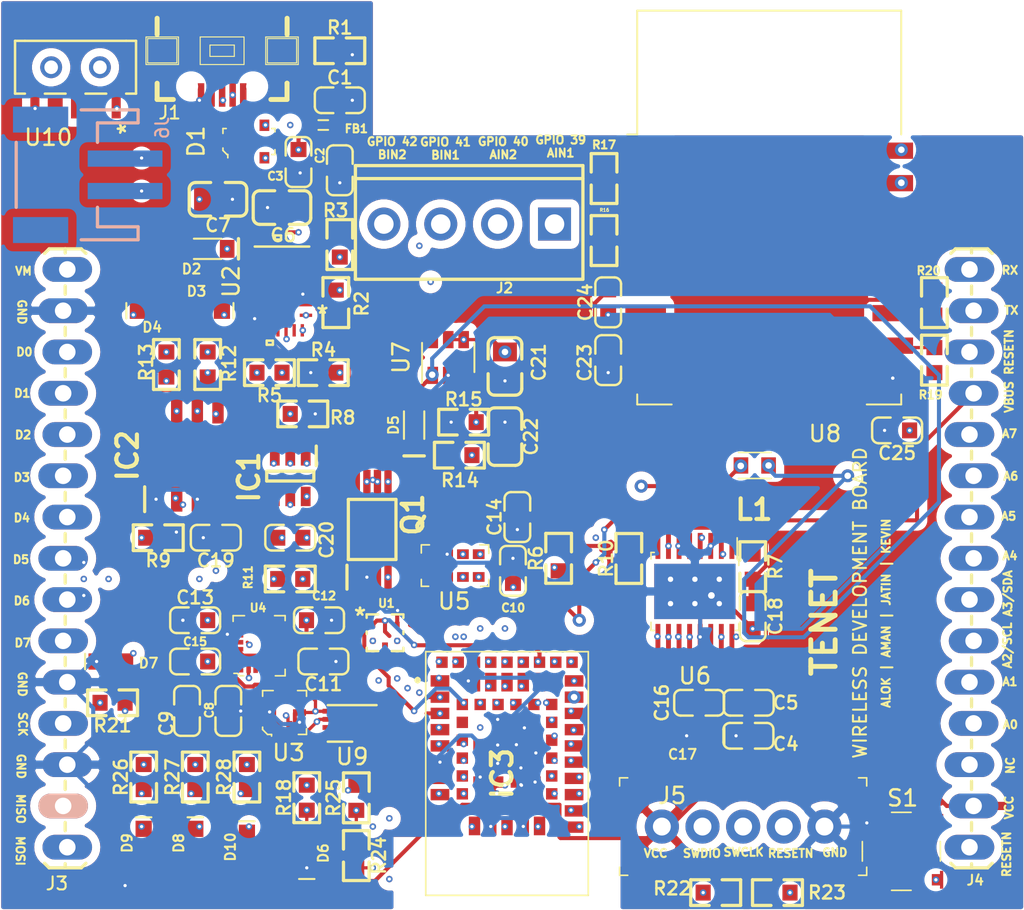
<source format=kicad_pcb>
(kicad_pcb (version 20171130) (host pcbnew 5.1.6)
  (title_block (title "TENET Wireless Development Board") (date 2020-08-26) (rev "Minor Project") (company TENET) (comment 1 "Kevin Shaju") (comment 2 "Jatin Shrivastava") (comment 3 "Aman Gupta") (comment 4 "Alok Kumar"))
  (layers (0 F.Cu power) (1 In1.Cu signal) (2 In2.Cu mixed) (31 B.Cu power) (34 B.Paste user) (35 F.Paste user) (36 B.SilkS user) (37 F.SilkS user) (38 B.Mask user) (39 F.Mask user) (44 Edge.Cuts user))
  (net 0 "")
  (net 1 GND)
  (net 2 "Net-(C1-Pad1)")
  (net 3 VUSB)
  (net 4 VBUS)
  (net 5 VCC)
  (net 6 "Net-(C7-Pad2)")
  (net 7 VDD_ENV)
  (net 8 "Net-(C10-Pad1)")
  (net 9 "Net-(C13-Pad2)")
  (net 10 "Net-(C15-Pad2)")
  (net 11 "Net-(C16-Pad2)")
  (net 12 VM)
  (net 13 BAT-)
  (net 14 "Net-(C20-Pad1)")
  (net 15 "Net-(C21-Pad2)")
  (net 16 RESETN)
  (net 17 D-)
  (net 18 "Net-(D1-Pad4)")
  (net 19 D+)
  (net 20 "Net-(D3-PadC)")
  (net 21 "Net-(D3-PadA)")
  (net 22 "Net-(D4-PadC)")
  (net 23 "Net-(D5-PadA)")
  (net 24 "Net-(D6-PadA)")
  (net 25 "Net-(D7-PadA)")
  (net 26 "Net-(D8-PadC)")
  (net 27 "Net-(D9-PadC)")
  (net 28 "Net-(D10-PadC)")
  (net 29 "Net-(IC1-Pad4)")
  (net 30 "Net-(IC1-Pad3)")
  (net 31 "Net-(IC1-Pad2)")
  (net 32 "Net-(IC1-Pad1)")
  (net 33 "Net-(IC2-Pad9)")
  (net 34 "Net-(IC2-Pad7)")
  (net 35 "Net-(IC2-Pad6)")
  (net 36 BAT+)
  (net 37 "Net-(IC2-Pad2)")
  (net 38 INT_APDS)
  (net 39 "Net-(IC3-Pad51)")
  (net 40 "Net-(IC3-Pad50)")
  (net 41 D7)
  (net 42 D6)
  (net 43 "Net-(IC3-Pad46)")
  (net 44 "Net-(IC3-Pad45)")
  (net 45 D5)
  (net 46 LB)
  (net 47 BIN2)
  (net 48 BIN1)
  (net 49 AIN2)
  (net 50 AIN1)
  (net 51 RX)
  (net 52 TX)
  (net 53 D4)
  (net 54 MOSI)
  (net 55 MISO)
  (net 56 "Net-(IC3-Pad33)")
  (net 57 "Net-(IC3-Pad32)")
  (net 58 D3)
  (net 59 D2)
  (net 60 A7)
  (net 61 A6)
  (net 62 A5)
  (net 63 A4)
  (net 64 D1)
  (net 65 D0)
  (net 66 A3\SDA)
  (net 67 A2\SCL)
  (net 68 A1)
  (net 69 A0)
  (net 70 SWDIO)
  (net 71 "Net-(IC3-Pad13)")
  (net 72 SWCLK)
  (net 73 R_PULLUP)
  (net 74 "Net-(IC3-Pad7)")
  (net 75 LR)
  (net 76 LG)
  (net 77 SCL)
  (net 78 SDA)
  (net 79 SCK)
  (net 80 "Net-(J1-PadID)")
  (net 81 "Net-(J2-Pad4)")
  (net 82 "Net-(J2-Pad3)")
  (net 83 "Net-(J2-Pad2)")
  (net 84 "Net-(J2-Pad1)")
  (net 85 "Net-(J4-Pad3)")
  (net 86 "Net-(J6-PadNC2)")
  (net 87 "Net-(J6-PadNC1)")
  (net 88 "Net-(Q1-Pad8)")
  (net 89 "Net-(Q1-Pad1)")
  (net 90 "Net-(R2-Pad2)")
  (net 91 "Net-(R4-Pad2)")
  (net 92 "Net-(R5-Pad1)")
  (net 93 "Net-(R7-Pad1)")
  (net 94 "Net-(R10-Pad1)")
  (net 95 "Net-(R14-Pad2)")
  (net 96 "Net-(R16-Pad2)")
  (net 97 "Net-(R17-Pad2)")
  (net 98 "Net-(R19-Pad1)")
  (net 99 "Net-(R20-Pad1)")
  (net 100 "Net-(S1-Pad3)")
  (net 101 "Net-(S1-Pad2)")
  (net 102 "Net-(U1-Pad3)")
  (net 103 "Net-(U2-Pad15)")
  (net 104 "Net-(U2-Pad11)")
  (net 105 "Net-(U2-Pad10)")
  (net 106 "Net-(U2-Pad5)")
  (net 107 "Net-(U2-Pad6)")
  (net 108 "Net-(U2-Pad4)")
  (net 109 "Net-(U2-Pad2)")
  (net 110 "Net-(U3-Pad7)")
  (net 111 "Net-(U4-Pad18)")
  (net 112 "Net-(U4-Pad13)")
  (net 113 "Net-(U4-Pad12)")
  (net 114 "Net-(U4-Pad11)")
  (net 115 "Net-(U4-Pad10)")
  (net 116 "Net-(U4-Pad9)")
  (net 117 "Net-(U4-Pad14)")
  (net 118 "Net-(U4-Pad15)")
  (net 119 "Net-(U4-Pad16)")
  (net 120 "Net-(U4-Pad17)")
  (net 121 "Net-(U7-Pad6)")
  (net 122 "Net-(U8-Pad20)")
  (net 123 "Net-(U8-Pad19)")
  (net 124 "Net-(U8-Pad17)")
  (net 125 "Net-(U8-Pad14)")
  (net 126 "Net-(U8-Pad13)")
  (net 127 "Net-(U8-Pad12)")
  (net 128 "Net-(U8-Pad11)")
  (net 129 "Net-(U8-Pad10)")
  (net 130 "Net-(U8-Pad9)")
  (net 131 "Net-(U8-Pad7)")
  (net 132 "Net-(U8-Pad6)")
  (net 133 "Net-(U8-Pad5)")
  (net 134 "Net-(U8-Pad4)")
  (net 135 "Net-(U8-Pad2)")
  (net 136 "Net-(U9-Pad9)")
  (module LQH2MPZ220MGRL:LQH2MCN100K02L (layer F.Cu) (at 168.275 89.535)
    (fp_text reference L1 (at -0.0508 2.7178) (layer F.SilkS) (effects (font (size 1.27 1.27) (thickness 0.254))))
    (fp_text value " " hide)
    (pad 1 smd rect (at -0.85 0) (size 0.9 1) (layers F.Cu F.Paste F.Mask) (net 15 "Net-(C21-Pad2)"))
    (pad 2 smd rect (at 0.85 0) (size 0.9 1) (layers F.Cu F.Paste F.Mask) (net 23 "Net-(D5-PadA)"))
  )
  (module NINA-B302-00B-00:NINAB30200B00 (layer F.Cu) (at 153.035 108.495 270)
    (fp_text reference IC3 (at 0 0.3 90) (layer F.SilkS) (effects (font (size 1.27 1.27) (thickness 0.254))))
    (fp_text value " " hide)
    (pad G12 smd rect (at 0.525 -1.725) (size 0.7 0.7) (layers F.Cu F.Paste F.Mask) (net 1 GND))
    (pad G11 smd rect (at -1.775 -1.725) (size 0.7 0.7) (layers F.Cu F.Paste F.Mask) (net 1 GND))
    (pad G10 smd rect (at 0.525 -0.575) (size 0.7 0.7) (layers F.Cu F.Paste F.Mask) (net 1 GND))
    (pad G9 smd rect (at -0.625 -0.575) (size 0.7 0.7) (layers F.Cu F.Paste F.Mask) (net 1 GND))
    (pad G8 smd rect (at -1.775 -0.575) (size 0.7 0.7) (layers F.Cu F.Paste F.Mask) (net 1 GND))
    (pad G7 smd rect (at -2.925 -0.575) (size 0.7 0.7) (layers F.Cu F.Paste F.Mask) (net 1 GND))
    (pad G6 smd rect (at 0.525 0.575) (size 0.7 0.7) (layers F.Cu F.Paste F.Mask) (net 1 GND))
    (pad G5 smd rect (at -0.625 0.575) (size 0.7 0.7) (layers F.Cu F.Paste F.Mask) (net 1 GND))
    (pad G4 smd rect (at -1.775 0.575) (size 0.7 0.7) (layers F.Cu F.Paste F.Mask) (net 1 GND))
    (pad G3 smd rect (at -2.925 0.575) (size 0.7 0.7) (layers F.Cu F.Paste F.Mask) (net 1 GND))
    (pad G2 smd rect (at 0.525 1.725) (size 0.7 0.7) (layers F.Cu F.Paste F.Mask) (net 1 GND))
    (pad G1 smd rect (at -1.775 1.725) (size 0.7 0.7) (layers F.Cu F.Paste F.Mask) (net 1 GND))
    (pad 55 smd rect (at -6.85 4) (size 0.7 0.7) (layers F.Cu F.Paste F.Mask) (net 17 D-))
    (pad 54 smd rect (at -6.85 3) (size 0.7 0.7) (layers F.Cu F.Paste F.Mask) (net 19 D+))
    (pad 53 smd rect (at -6.85 2) (size 0.7 0.7) (layers F.Cu F.Paste F.Mask) (net 1 GND))
    (pad 52 smd rect (at -6.85 1) (size 0.7 0.7) (layers F.Cu F.Paste F.Mask) (net 38 INT_APDS))
    (pad 51 smd rect (at -6.85 0) (size 0.7 0.7) (layers F.Cu F.Paste F.Mask) (net 39 "Net-(IC3-Pad51)"))
    (pad 50 smd rect (at -6.85 -1) (size 0.7 0.7) (layers F.Cu F.Paste F.Mask) (net 40 "Net-(IC3-Pad50)"))
    (pad 49 smd rect (at -6.85 -2) (size 0.7 0.7) (layers F.Cu F.Paste F.Mask) (net 7 VDD_ENV))
    (pad 48 smd rect (at -6.85 -3) (size 0.7 0.7) (layers F.Cu F.Paste F.Mask) (net 41 D7))
    (pad 47 smd rect (at -6.85 -4) (size 0.7 0.7) (layers F.Cu F.Paste F.Mask) (net 42 D6))
    (pad 46 smd rect (at -4.25 1.65) (size 0.7 0.7) (layers F.Cu F.Paste F.Mask) (net 43 "Net-(IC3-Pad46)"))
    (pad 45 smd rect (at -4.25 0.55) (size 0.7 0.7) (layers F.Cu F.Paste F.Mask) (net 44 "Net-(IC3-Pad45)"))
    (pad 44 smd rect (at -4.25 -0.55) (size 0.7 0.7) (layers F.Cu F.Paste F.Mask) (net 45 D5))
    (pad 43 smd rect (at -4.25 -1.65) (size 0.7 0.7) (layers F.Cu F.Paste F.Mask) (net 46 LB))
    (pad 42 smd rect (at -4.25 -2.75) (size 0.7 0.7) (layers F.Cu F.Paste F.Mask) (net 47 BIN2))
    (pad 41 smd rect (at -3.15 -2.75) (size 0.7 0.7) (layers F.Cu F.Paste F.Mask) (net 48 BIN1))
    (pad 40 smd rect (at -2.05 -2.75) (size 0.7 0.7) (layers F.Cu F.Paste F.Mask) (net 49 AIN2))
    (pad 39 smd rect (at -0.95 -2.75) (size 0.7 0.7) (layers F.Cu F.Paste F.Mask) (net 50 AIN1))
    (pad 38 smd rect (at 0.15 -2.75) (size 0.7 0.7) (layers F.Cu F.Paste F.Mask) (net 51 RX))
    (pad 37 smd rect (at 1.25 -2.75) (size 0.7 0.7) (layers F.Cu F.Paste F.Mask) (net 52 TX))
    (pad 36 smd rect (at 1.25 2.75) (size 0.7 0.7) (layers F.Cu F.Paste F.Mask) (net 53 D4))
    (pad 35 smd rect (at 0.15 2.75) (size 0.7 0.7) (layers F.Cu F.Paste F.Mask) (net 54 MOSI))
    (pad 34 smd rect (at -0.95 2.75) (size 0.7 0.7) (layers F.Cu F.Paste F.Mask) (net 55 MISO))
    (pad 33 smd rect (at -2.05 2.75) (size 0.7 0.7) (layers F.Cu F.Paste F.Mask) (net 56 "Net-(IC3-Pad33)"))
    (pad 32 smd rect (at -3.15 2.75) (size 0.7 0.7) (layers F.Cu F.Paste F.Mask) (net 57 "Net-(IC3-Pad32)"))
    (pad 31 smd rect (at -4.25 2.75) (size 0.7 0.7) (layers F.Cu F.Paste F.Mask) (net 4 VBUS))
    (pad 30 smd rect (at -5.625 2) (size 0.7 1.15) (layers F.Cu F.Paste F.Mask) (net 1 GND))
    (pad 29 smd rect (at -5.625 1) (size 0.7 1.15) (layers F.Cu F.Paste F.Mask) (net 58 D3))
    (pad 28 smd rect (at -5.625 0) (size 0.7 1.15) (layers F.Cu F.Paste F.Mask) (net 59 D2))
    (pad 27 smd rect (at -5.625 -1) (size 0.7 1.15) (layers F.Cu F.Paste F.Mask) (net 60 A7))
    (pad 26 smd rect (at -5.625 -2) (size 0.7 1.15) (layers F.Cu F.Paste F.Mask) (net 1 GND))
    (pad 25 smd rect (at -5.7 -4.125 270) (size 0.7 1.15) (layers F.Cu F.Paste F.Mask) (net 61 A6))
    (pad 24 smd rect (at -4.7 -4.125 270) (size 0.7 1.15) (layers F.Cu F.Paste F.Mask) (net 62 A5))
    (pad 23 smd rect (at -3.7 -4.125 270) (size 0.7 1.15) (layers F.Cu F.Paste F.Mask) (net 63 A4))
    (pad 22 smd rect (at -2.7 -4.125 270) (size 0.7 1.15) (layers F.Cu F.Paste F.Mask) (net 64 D1))
    (pad 21 smd rect (at -1.7 -4.125 270) (size 0.7 1.15) (layers F.Cu F.Paste F.Mask) (net 65 D0))
    (pad 20 smd rect (at -0.7 -4.125 270) (size 0.7 1.15) (layers F.Cu F.Paste F.Mask) (net 66 A3\SDA))
    (pad 19 smd rect (at 0.3 -4.125 270) (size 0.7 1.15) (layers F.Cu F.Paste F.Mask) (net 16 RESETN))
    (pad 18 smd rect (at 1.3 -4.125 270) (size 0.7 1.15) (layers F.Cu F.Paste F.Mask) (net 67 A2\SCL))
    (pad 17 smd rect (at 2.3 -4.125 270) (size 0.7 1.15) (layers F.Cu F.Paste F.Mask) (net 68 A1))
    (pad 16 smd rect (at 3.3 -4.125 270) (size 0.7 1.15) (layers F.Cu F.Paste F.Mask) (net 69 A0))
    (pad 15 smd rect (at 3.225 -2) (size 0.7 1.15) (layers F.Cu F.Paste F.Mask) (net 70 SWDIO))
    (pad 14 smd rect (at 3.225 -1) (size 0.7 1.15) (layers F.Cu F.Paste F.Mask) (net 1 GND))
    (pad 13 smd rect (at 3.225 0) (size 0.7 1.15) (layers F.Cu F.Paste F.Mask) (net 71 "Net-(IC3-Pad13)"))
    (pad 12 smd rect (at 3.225 1) (size 0.7 1.15) (layers F.Cu F.Paste F.Mask) (net 1 GND))
    (pad 11 smd rect (at 3.225 2) (size 0.7 1.15) (layers F.Cu F.Paste F.Mask) (net 72 SWCLK))
    (pad 10 smd rect (at 3.3 4.125 270) (size 0.7 1.15) (layers F.Cu F.Paste F.Mask) (net 5 VCC))
    (pad 9 smd rect (at 2.3 4.125 270) (size 0.7 1.15) (layers F.Cu F.Paste F.Mask) (net 5 VCC))
    (pad 8 smd rect (at 1.3 4.125 270) (size 0.7 1.15) (layers F.Cu F.Paste F.Mask) (net 73 R_PULLUP))
    (pad 7 smd rect (at 0.3 4.125 270) (size 0.7 1.15) (layers F.Cu F.Paste F.Mask) (net 74 "Net-(IC3-Pad7)"))
    (pad 6 smd rect (at -0.7 4.125 270) (size 0.7 1.15) (layers F.Cu F.Paste F.Mask) (net 1 GND))
    (pad 5 smd rect (at -1.7 4.125 270) (size 0.7 1.15) (layers F.Cu F.Paste F.Mask) (net 75 LR))
    (pad 4 smd rect (at -2.7 4.125 270) (size 0.7 1.15) (layers F.Cu F.Paste F.Mask) (net 76 LG))
    (pad 3 smd rect (at -3.7 4.125 270) (size 0.7 1.15) (layers F.Cu F.Paste F.Mask) (net 77 SCL))
    (pad 2 smd rect (at -4.7 4.125 270) (size 0.7 1.15) (layers F.Cu F.Paste F.Mask) (net 78 SDA))
    (pad 1 smd rect (at -5.7 4.125 270) (size 0.7 1.15) (layers F.Cu F.Paste F.Mask) (net 79 SCK))
  )
  (module Resistor1:R_0603 (layer F.Cu) (at 150.368 86.868)
    (fp_text reference R15 (at 0 -1.4) (layer F.SilkS) (effects (font (size 0.8 0.8))))
    (fp_text value " " hide)
    (pad 2 smd rect (at 0.77 0) (size 0.93 0.98) (layers F.Cu F.Paste F.Mask) (net 95 "Net-(R14-Pad2)"))
    (pad 1 smd rect (at -0.77 0) (size 0.93 0.98) (layers F.Cu F.Paste F.Mask) (net 1 GND))
  )
  (module Capacitor1:C_0805 (layer F.Cu) (at 139.192 73.66)
    (fp_text reference C6 (at 0.0762 1.7018) (layer F.SilkS) (effects (font (size 0.8 0.8))))
    (fp_text value " " hide)
    (pad 2 smd rect (at 0.89 0) (size 1.16 1.47) (layers F.Cu F.Paste F.Mask) (net 5 VCC))
    (pad 1 smd rect (at -0.89 0) (size 1.16 1.47) (layers F.Cu F.Paste F.Mask) (net 1 GND))
  )
  (module Connectors2:1X15_LOCK_LONGPADS (layer F.Cu) (at 181.61 113.03 90)
    (fp_text reference J4 (at -2.032 0.2286 180) (layer F.SilkS) (effects (font (size 0.6096 0.6096) (thickness 0.127))))
    (fp_text value " " (at 3.81 -3.302 90) (layer F.SilkS) (effects (font (size 0.6096 0.6096) (thickness 0.127))))
    (pad 15 thru_hole oval (at 35.56 -0.127 270) (size 1.524 3.048) (drill 1.016) (layers *.Cu *.Mask) (net 51 RX))
    (pad 14 thru_hole oval (at 33.02 0.127 270) (size 1.524 3.048) (drill 1.016) (layers *.Cu *.Mask) (net 52 TX))
    (pad 13 thru_hole oval (at 30.48 -0.127 270) (size 1.524 3.048) (drill 1.016) (layers *.Cu *.Mask) (net 16 RESETN))
    (pad 12 thru_hole oval (at 27.94 0.127 270) (size 1.524 3.048) (drill 1.016) (layers *.Cu *.Mask) (net 4 VBUS))
    (pad 11 thru_hole oval (at 25.4 -0.127 270) (size 1.524 3.048) (drill 1.016) (layers *.Cu *.Mask) (net 60 A7))
    (pad 10 thru_hole oval (at 22.86 0.127 270) (size 1.524 3.048) (drill 1.016) (layers *.Cu *.Mask) (net 61 A6))
    (pad 9 thru_hole oval (at 20.32 -0.127 270) (size 1.524 3.048) (drill 1.016) (layers *.Cu *.Mask) (net 62 A5))
    (pad 8 thru_hole oval (at 17.78 0.127 270) (size 1.524 3.048) (drill 1.016) (layers *.Cu *.Mask) (net 63 A4))
    (pad 7 thru_hole oval (at 15.24 -0.127 270) (size 1.524 3.048) (drill 1.016) (layers *.Cu *.Mask) (net 66 A3\SDA))
    (pad 6 thru_hole oval (at 12.7 0.127 270) (size 1.524 3.048) (drill 1.016) (layers *.Cu *.Mask) (net 67 A2\SCL))
    (pad 5 thru_hole oval (at 10.16 -0.127 270) (size 1.524 3.048) (drill 1.016) (layers *.Cu *.Mask) (net 68 A1))
    (pad 4 thru_hole oval (at 7.62 0.127 270) (size 1.524 3.048) (drill 1.016) (layers *.Cu *.Mask) (net 69 A0))
    (pad 3 thru_hole oval (at 5.08 -0.127 270) (size 1.524 3.048) (drill 1.016) (layers *.Cu *.Mask) (net 85 "Net-(J4-Pad3)"))
    (pad 2 thru_hole oval (at 2.54 0.127 270) (size 1.524 3.048) (drill 1.016) (layers *.Cu *.Mask) (net 5 VCC))
    (pad 1 thru_hole oval (at 0 -0.127 270) (size 1.524 3.048) (drill 1.016) (layers *.Cu *.Mask) (net 16 RESETN))
  )
  (module Connectors2:USB-B-MICRO-SMD (layer F.Cu) (at 135.509 64.008 270)
    (fp_text reference J1 (at 3.81 3.2258 180) (layer F.SilkS) (effects (font (size 0.8 0.8) (thickness 0.127))))
    (fp_text value " " (at 5.08 5.715 90) (layer F.SilkS) (effects (font (size 0.6096 0.6096) (thickness 0.127))))
    (pad "" np_thru_hole circle (at 2.19964 1.89992 270) (size 0.84836 0.84836) (drill 0.84836) (layers *.Cu *.Mask))
    (pad "" np_thru_hole circle (at 2.19964 -1.89992 270) (size 0.84836 0.84836) (drill 0.84836) (layers *.Cu *.Mask))
    (pad VBUS smd rect (at 2.72288 -1.29794) (size 0.39878 1.4478) (layers F.Cu F.Paste F.Mask) (net 3 VUSB))
    (pad SHIE smd rect (at 0 0) (size 2.49936 1.4986) (layers F.Cu F.Paste F.Mask) (net 2 "Net-(C1-Pad1)"))
    (pad SHIE smd rect (at 0 3.683) (size 1.79832 1.4986) (layers F.Cu F.Paste F.Mask) (net 2 "Net-(C1-Pad1)"))
    (pad SHIE smd rect (at 0 -3.683) (size 1.79832 1.4986) (layers F.Cu F.Paste F.Mask) (net 2 "Net-(C1-Pad1)"))
    (pad ID smd rect (at 2.72288 0.6477) (size 0.39878 1.4478) (layers F.Cu F.Paste F.Mask) (net 80 "Net-(J1-PadID)"))
    (pad GND smd rect (at 2.72288 1.29794) (size 0.39878 1.4478) (layers F.Cu F.Paste F.Mask) (net 1 GND))
    (pad D- smd rect (at 2.72288 -0.6477) (size 0.39878 1.4478) (layers F.Cu F.Paste F.Mask) (net 17 D-))
    (pad D+ smd rect (at 2.72288 0) (size 0.39878 1.4478) (layers F.Cu F.Paste F.Mask) (net 19 D+))
  )
  (module footprints0:AYZ0102AGRLC (layer F.Cu) (at 126.492 65.024 270)
    (fp_text reference U10 (at 4.318 1.6764 180) (layer F.SilkS))
    (fp_text value " " (at 6.604 -0.508 90) (layer F.SilkS))
    (fp_text user * (at 3.7846 -3.1496 90) (layer F.SilkS))
    (fp_text user * (at 3.7846 -3.1496 90) (layer F.SilkS))
    (pad 1 smd rect (at 2.1971 -2.5 270) (size 1.905 0.5588) (layers F.Cu F.Paste F.Mask) (net 15 "Net-(C21-Pad2)"))
    (pad 2 smd rect (at 2.1971 0 270) (size 1.905 0.5588) (layers F.Cu F.Paste F.Mask))
    (pad 3 smd rect (at 2.1971 2.5 270) (size 1.905 0.5588) (layers F.Cu F.Paste F.Mask) (net 36 BAT+))
    (pad 4 thru_hole circle (at 0.0004 1.5 270) (size 1.3462 1.3462) (drill 0.8382) (layers *.Cu *.Mask))
    (pad 5 thru_hole circle (at 0.0004 -1.5 270) (size 1.3462 1.3462) (drill 0.8382) (layers *.Cu *.Mask))
  )
  (module Package_DFN_QFN:DFN-8-1EP_3x2mm_P0.5mm_EP1.3x1.5mm (layer F.Cu) (at 143.51 105.41 180)
    (fp_text reference U9 (at 0 -2.05) (layer F.SilkS))
    (fp_text value " ")
    (pad 9 smd rect (at 0 0 180) (size 1.3 1.5) (layers F.Cu F.Mask) (net 136 "Net-(U9-Pad9)"))
    (pad 8 smd rect (at 1.45 -0.75 180) (size 0.75 0.3) (layers F.Cu F.Paste F.Mask) (net 5 VCC))
    (pad 7 smd rect (at 1.45 -0.25 180) (size 0.75 0.3) (layers F.Cu F.Paste F.Mask))
    (pad 6 smd rect (at 1.45 0.25 180) (size 0.75 0.3) (layers F.Cu F.Paste F.Mask) (net 77 SCL))
    (pad 5 smd rect (at 1.45 0.75 180) (size 0.75 0.3) (layers F.Cu F.Paste F.Mask) (net 78 SDA))
    (pad 4 smd rect (at -1.45 0.75 180) (size 0.75 0.3) (layers F.Cu F.Paste F.Mask) (net 1 GND))
    (pad 3 smd rect (at -1.45 0.25 180) (size 0.75 0.3) (layers F.Cu F.Paste F.Mask))
    (pad 2 smd rect (at -1.45 -0.25 180) (size 0.75 0.3) (layers F.Cu F.Paste F.Mask))
    (pad 1 smd rect (at -1.45 -0.75 180) (size 0.75 0.3) (layers F.Cu F.Paste F.Mask))
  )
  (module RF_Module:ESP-12E (layer F.Cu) (at 169.164 73.66)
    (fp_text reference U8 (at 3.429 13.9192) (layer F.SilkS))
    (fp_text value " ")
    (pad 22 smd rect (at 7.6 -3.5) (size 2.5 1) (layers F.Cu F.Paste F.Mask) (net 52 TX))
    (pad 21 smd rect (at 7.6 -1.5) (size 2.5 1) (layers F.Cu F.Paste F.Mask) (net 51 RX))
    (pad 20 smd rect (at 7.6 0.5) (size 2.5 1) (layers F.Cu F.Paste F.Mask) (net 122 "Net-(U8-Pad20)"))
    (pad 19 smd rect (at 7.6 2.5) (size 2.5 1) (layers F.Cu F.Paste F.Mask) (net 123 "Net-(U8-Pad19)"))
    (pad 18 smd rect (at 7.6 4.5) (size 2.5 1) (layers F.Cu F.Paste F.Mask) (net 99 "Net-(R20-Pad1)"))
    (pad 17 smd rect (at 7.6 6.5) (size 2.5 1) (layers F.Cu F.Paste F.Mask) (net 124 "Net-(U8-Pad17)"))
    (pad 16 smd rect (at 7.6 8.5) (size 2.5 1) (layers F.Cu F.Paste F.Mask) (net 98 "Net-(R19-Pad1)"))
    (pad 15 smd rect (at 7.6 10.5) (size 2.5 1) (layers F.Cu F.Paste F.Mask) (net 1 GND))
    (pad 14 smd rect (at 5 12) (size 1 1.8) (layers F.Cu F.Paste F.Mask) (net 125 "Net-(U8-Pad14)"))
    (pad 13 smd rect (at 3 12) (size 1 1.8) (layers F.Cu F.Paste F.Mask) (net 126 "Net-(U8-Pad13)"))
    (pad 12 smd rect (at 1 12) (size 1 1.8) (layers F.Cu F.Paste F.Mask) (net 127 "Net-(U8-Pad12)"))
    (pad 11 smd rect (at -1 12) (size 1 1.8) (layers F.Cu F.Paste F.Mask) (net 128 "Net-(U8-Pad11)"))
    (pad 10 smd rect (at -3 12) (size 1 1.8) (layers F.Cu F.Paste F.Mask) (net 129 "Net-(U8-Pad10)"))
    (pad 9 smd rect (at -5 12) (size 1 1.8) (layers F.Cu F.Paste F.Mask) (net 130 "Net-(U8-Pad9)"))
    (pad 8 smd rect (at -7.6 10.5) (size 2.5 1) (layers F.Cu F.Paste F.Mask) (net 5 VCC))
    (pad 7 smd rect (at -7.6 8.5) (size 2.5 1) (layers F.Cu F.Paste F.Mask) (net 131 "Net-(U8-Pad7)"))
    (pad 6 smd rect (at -7.6 6.5) (size 2.5 1) (layers F.Cu F.Paste F.Mask) (net 132 "Net-(U8-Pad6)"))
    (pad 5 smd rect (at -7.6 4.5) (size 2.5 1) (layers F.Cu F.Paste F.Mask) (net 133 "Net-(U8-Pad5)"))
    (pad 4 smd rect (at -7.6 2.5) (size 2.5 1) (layers F.Cu F.Paste F.Mask) (net 134 "Net-(U8-Pad4)"))
    (pad 3 smd rect (at -7.6 0.5) (size 2.5 1) (layers F.Cu F.Paste F.Mask) (net 96 "Net-(R16-Pad2)"))
    (pad 2 smd rect (at -7.6 -1.5) (size 2.5 1) (layers F.Cu F.Paste F.Mask) (net 135 "Net-(U8-Pad2)"))
    (pad 1 smd rect (at -7.6 -3.5) (size 2.5 1) (layers F.Cu F.Paste F.Mask) (net 97 "Net-(R17-Pad2)"))
  )
  (module Package_TO_SOT_SMD:SOT-23-6 (layer F.Cu) (at 149.418 82.888 90)
    (fp_text reference U7 (at 0 -2.9 90) (layer F.SilkS))
    (fp_text value " ")
    (pad 5 smd rect (at 1.1 0 90) (size 1.06 0.65) (layers F.Cu F.Paste F.Mask) (net 15 "Net-(C21-Pad2)"))
    (pad 6 smd rect (at 1.1 -0.95 90) (size 1.06 0.65) (layers F.Cu F.Paste F.Mask) (net 121 "Net-(U7-Pad6)"))
    (pad 4 smd rect (at 1.1 0.95 90) (size 1.06 0.65) (layers F.Cu F.Paste F.Mask) (net 15 "Net-(C21-Pad2)"))
    (pad 3 smd rect (at -1.1 0.95 90) (size 1.06 0.65) (layers F.Cu F.Paste F.Mask) (net 95 "Net-(R14-Pad2)"))
    (pad 2 smd rect (at -1.1 0 90) (size 1.06 0.65) (layers F.Cu F.Paste F.Mask) (net 1 GND))
    (pad 1 smd rect (at -1.1 -0.95 90) (size 1.06 0.65) (layers F.Cu F.Paste F.Mask) (net 23 "Net-(D5-PadA)"))
  )
  (module digikey-footprints:TSSOP-16-1EP_W4.40mm (layer F.Cu) (at 164.592 97.288 180)
    (fp_text reference U6 (at 0 -5.2) (layer F.SilkS))
    (fp_text value " ")
    (pad 17 thru_hole circle (at 1.5 0.75 180) (size 0.38 0.38) (drill 0.33) (layers *.Cu *.Mask) (net 1 GND))
    (pad 17 thru_hole circle (at 0 0.75 180) (size 0.38 0.38) (drill 0.33) (layers *.Cu *.Mask) (net 1 GND))
    (pad 17 thru_hole circle (at -1.5 0.75 180) (size 0.38 0.38) (drill 0.33) (layers *.Cu *.Mask) (net 1 GND))
    (pad 17 thru_hole circle (at 1.5 -0.75 180) (size 0.38 0.38) (drill 0.33) (layers *.Cu *.Mask) (net 1 GND))
    (pad 17 thru_hole circle (at 0 -0.75 180) (size 0.38 0.38) (drill 0.33) (layers *.Cu *.Mask) (net 1 GND))
    (pad 17 thru_hole circle (at -1.5 -0.75 180) (size 0.38 0.38) (drill 0.33) (layers *.Cu *.Mask) (net 1 GND))
    (pad 17 smd rect (at 0 0 180) (size 5 3.4) (layers F.Cu) (net 1 GND))
    (pad 15 smd rect (at -1.625 -2.8 180) (size 0.3 1.6) (layers F.Cu F.Paste F.Mask) (net 49 AIN2))
    (pad 14 smd rect (at -0.975 -2.8 180) (size 0.3 1.6) (layers F.Cu F.Paste F.Mask) (net 5 VCC))
    (pad 13 smd rect (at -0.325 -2.8 180) (size 0.3 1.6) (layers F.Cu F.Paste F.Mask) (net 1 GND))
    (pad 12 smd rect (at 0.325 -2.8 180) (size 0.3 1.6) (layers F.Cu F.Paste F.Mask) (net 12 VM))
    (pad 11 smd rect (at 0.975 -2.8 180) (size 0.3 1.6) (layers F.Cu F.Paste F.Mask) (net 11 "Net-(C16-Pad2)"))
    (pad 10 smd rect (at 1.625 -2.8 180) (size 0.3 1.6) (layers F.Cu F.Paste F.Mask) (net 47 BIN2))
    (pad 9 smd rect (at 2.275 -2.8 180) (size 0.3 1.6) (layers F.Cu F.Paste F.Mask) (net 48 BIN1))
    (pad 8 smd rect (at 2.275 2.8 180) (size 0.3 1.6) (layers F.Cu F.Paste F.Mask) (net 94 "Net-(R10-Pad1)"))
    (pad 7 smd rect (at 1.625 2.8 180) (size 0.3 1.6) (layers F.Cu F.Paste F.Mask) (net 82 "Net-(J2-Pad3)"))
    (pad 6 smd rect (at 0.975 2.8 180) (size 0.3 1.6) (layers F.Cu F.Paste F.Mask) (net 1 GND))
    (pad 5 smd rect (at 0.325 2.8 180) (size 0.3 1.6) (layers F.Cu F.Paste F.Mask) (net 81 "Net-(J2-Pad4)"))
    (pad 4 smd rect (at -0.325 2.8 180) (size 0.3 1.6) (layers F.Cu F.Paste F.Mask) (net 83 "Net-(J2-Pad2)"))
    (pad 3 smd rect (at -0.975 2.8 180) (size 0.3 1.6) (layers F.Cu F.Paste F.Mask) (net 1 GND))
    (pad 2 smd rect (at -1.625 2.8 180) (size 0.3 1.6) (layers F.Cu F.Paste F.Mask) (net 84 "Net-(J2-Pad1)"))
    (pad 16 smd rect (at -2.275 -2.8 180) (size 0.3 1.6) (layers F.Cu F.Paste F.Mask) (net 50 AIN1))
    (pad 17 smd rect (at 0 0 180) (size 2.31 2.46) (layers F.Cu F.Paste F.Mask) (net 1 GND))
    (pad 1 smd rect (at -2.275 2.8 180) (size 0.3 1.6) (layers F.Cu F.Paste F.Mask) (net 93 "Net-(R7-Pad1)"))
    (pad 17 smd rect (at 0 0 180) (size 5 3.4) (layers B.Cu) (net 1 GND))
  )
  (module digikey-footprints:Ambient_Prox_APDS-9960 (layer F.Cu) (at 149.837 95.696 180)
    (fp_text reference U5 (at 0.0532 -2.1956) (layer F.SilkS))
    (fp_text value " ")
    (pad 8 smd rect (at -1.455 0.7 180) (size 0.72 0.6) (layers F.Cu F.Paste F.Mask) (net 8 "Net-(C10-Pad1)"))
    (pad 7 smd rect (at -0.485 0.7 180) (size 0.72 0.6) (layers F.Cu F.Paste F.Mask) (net 77 SCL))
    (pad 6 smd rect (at 0.485 0.7 180) (size 0.72 0.6) (layers F.Cu F.Paste F.Mask) (net 1 GND))
    (pad 5 smd rect (at 1.455 0.7 180) (size 0.72 0.6) (layers F.Cu F.Paste F.Mask) (net 5 VCC))
    (pad 4 smd rect (at 1.455 -0.7 180) (size 0.72 0.6) (layers F.Cu F.Paste F.Mask) (net 5 VCC))
    (pad 3 smd rect (at 0.485 -0.7 180) (size 0.72 0.6) (layers F.Cu F.Paste F.Mask) (net 5 VCC))
    (pad 2 smd rect (at -0.485 -0.7 180) (size 0.72 0.6) (layers F.Cu F.Paste F.Mask) (net 38 INT_APDS))
    (pad 1 smd rect (at -1.455 -0.7 180) (size 0.72 0.6) (layers F.Cu F.Paste F.Mask) (net 78 SDA))
  )
  (module digikey-footprints:LGA-24_3x3.5mm_LSM9DS1 (layer F.Cu) (at 137.785 100.63 90)
    (fp_text reference U4 (at 2.332 -0.0662 180) (layer F.SilkS) (effects (font (size 0.5 0.5) (thickness 0.125))))
    (fp_text value " ")
    (pad 18 smd rect (at 1.505 -1.25 90) (size 0.28 0.55) (layers F.Cu F.Paste F.Mask) (net 111 "Net-(U4-Pad18)"))
    (pad 19 smd rect (at 1.075 -1.25 90) (size 0.28 0.55) (layers F.Cu F.Paste F.Mask) (net 1 GND))
    (pad 20 smd rect (at 0.645 -1.25 90) (size 0.28 0.55) (layers F.Cu F.Paste F.Mask) (net 1 GND))
    (pad 21 smd rect (at 0.215 -1.25 90) (size 0.28 0.55) (layers F.Cu F.Paste F.Mask) (net 9 "Net-(C13-Pad2)"))
    (pad 1 smd rect (at -1.505 -1.25 90) (size 0.28 0.55) (layers F.Cu F.Paste F.Mask) (net 7 VDD_ENV))
    (pad 24 smd rect (at -1.075 -1.25 90) (size 0.28 0.55) (layers F.Cu F.Paste F.Mask) (net 10 "Net-(C15-Pad2)"))
    (pad 23 smd rect (at -0.645 -1.25 90) (size 0.28 0.55) (layers F.Cu F.Paste F.Mask) (net 7 VDD_ENV))
    (pad 22 smd rect (at -0.215 -1.25 90) (size 0.28 0.55) (layers F.Cu F.Paste F.Mask) (net 7 VDD_ENV))
    (pad 13 smd rect (at 1.505 1.25 90) (size 0.28 0.55) (layers F.Cu F.Paste F.Mask) (net 112 "Net-(U4-Pad13)"))
    (pad 12 smd rect (at 1.075 1.25 90) (size 0.28 0.55) (layers F.Cu F.Paste F.Mask) (net 113 "Net-(U4-Pad12)"))
    (pad 11 smd rect (at 0.645 1.25 90) (size 0.28 0.55) (layers F.Cu F.Paste F.Mask) (net 114 "Net-(U4-Pad11)"))
    (pad 10 smd rect (at 0.215 1.25 90) (size 0.28 0.55) (layers F.Cu F.Paste F.Mask) (net 115 "Net-(U4-Pad10)"))
    (pad 9 smd rect (at -0.215 1.25 90) (size 0.28 0.55) (layers F.Cu F.Paste F.Mask) (net 116 "Net-(U4-Pad9)"))
    (pad 7 smd rect (at -1.075 1.25 90) (size 0.28 0.55) (layers F.Cu F.Paste F.Mask) (net 7 VDD_ENV))
    (pad 6 smd rect (at -1.505 1.25 90) (size 0.28 0.55) (layers F.Cu F.Paste F.Mask) (net 7 VDD_ENV))
    (pad 8 smd rect (at -0.645 1.25 90) (size 0.28 0.55) (layers F.Cu F.Paste F.Mask) (net 7 VDD_ENV))
    (pad 14 smd rect (at 1.4 0.645 90) (size 0.55 0.28) (layers F.Cu F.Paste F.Mask) (net 117 "Net-(U4-Pad14)"))
    (pad 15 smd rect (at 1.4 0.215 90) (size 0.55 0.28) (layers F.Cu F.Paste F.Mask) (net 118 "Net-(U4-Pad15)"))
    (pad 16 smd rect (at 1.4 -0.215 90) (size 0.55 0.28) (layers F.Cu F.Paste F.Mask) (net 119 "Net-(U4-Pad16)"))
    (pad 17 smd rect (at 1.4 -0.645 90) (size 0.55 0.28) (layers F.Cu F.Paste F.Mask) (net 120 "Net-(U4-Pad17)"))
    (pad 2 smd rect (at -1.4 -0.645 90) (size 0.55 0.28) (layers F.Cu F.Paste F.Mask) (net 77 SCL))
    (pad 3 smd rect (at -1.4 -0.215 90) (size 0.55 0.28) (layers F.Cu F.Paste F.Mask) (net 7 VDD_ENV))
    (pad 4 smd rect (at -1.4 0.215 90) (size 0.55 0.28) (layers F.Cu F.Paste F.Mask) (net 78 SDA))
    (pad 5 smd rect (at -1.4 0.645 90) (size 0.55 0.28) (layers F.Cu F.Paste F.Mask) (net 7 VDD_ENV))
  )
  (module digikey-footprints:LLGA-10_2.5x2.5mm_LPS25HB (layer F.Cu) (at 139.35 104.74 90)
    (fp_text reference U3 (at -2.4734 0.2484 180) (layer F.SilkS))
    (fp_text value " ")
    (pad 5 smd rect (at 0.6 0.92 90) (size 0.47 0.65) (layers F.Cu F.Paste F.Mask) (net 1 GND))
    (pad 3 smd rect (at -0.6 0.92 90) (size 0.47 0.65) (layers F.Cu F.Paste F.Mask) (net 1 GND))
    (pad 4 smd rect (at 0 0.92 90) (size 0.4 0.8) (layers F.Cu F.Paste F.Mask) (net 78 SDA))
    (pad 8 smd rect (at 0.6 -0.92 90) (size 0.47 0.65) (layers F.Cu F.Paste F.Mask) (net 1 GND))
    (pad 10 smd rect (at -0.6 -0.92 90) (size 0.47 0.65) (layers F.Cu F.Paste F.Mask) (net 7 VDD_ENV))
    (pad 9 smd rect (at 0 -0.92 90) (size 0.4 0.8) (layers F.Cu F.Paste F.Mask) (net 1 GND))
    (pad 6 smd rect (at 0.92 0.3 90) (size 0.8 0.35) (layers F.Cu F.Paste F.Mask) (net 7 VDD_ENV))
    (pad 7 smd rect (at 0.92 -0.3 90) (size 0.8 0.35) (layers F.Cu F.Paste F.Mask) (net 110 "Net-(U3-Pad7)"))
    (pad 2 smd rect (at -0.92 0.3 90) (size 0.8 0.35) (layers F.Cu F.Paste F.Mask) (net 77 SCL))
    (pad 1 smd rect (at -0.92 -0.3 90) (size 0.8 0.35) (layers F.Cu F.Paste F.Mask) (net 7 VDD_ENV))
  )
  (module footprints2:MPM3610AGQV-Z (layer F.Cu) (at 139.192 78.74 180)
    (fp_text reference U2 (at 3.1242 0.5334 90) (layer F.SilkS))
    (fp_text value " " (at 0.381 0.4572) (layer F.SilkS))
    (fp_line (start 1.3462 0.2984) (end 1.3462 2.201601) (layer F.Cu) (width 0.1524))
    (fp_line (start 0.762 0.2984) (end 1.3462 0.2984) (layer F.Cu) (width 0.1524))
    (fp_line (start 0.762 2.201601) (end 0.762 0.2984) (layer F.Cu) (width 0.1524))
    (fp_line (start 1.3462 2.201601) (end 0.762 2.201601) (layer F.Cu) (width 0.1524))
    (fp_line (start -1.3462 0.2984) (end -1.3462 2.201601) (layer F.Cu) (width 0.1524))
    (fp_line (start -0.762 0.2984) (end -1.3462 0.2984) (layer F.Cu) (width 0.1524))
    (fp_line (start -0.762 2.201601) (end -0.762 0.2984) (layer F.Cu) (width 0.1524))
    (fp_line (start -1.3462 2.201601) (end -0.762 2.201601) (layer F.Cu) (width 0.1524))
    (fp_line (start 0.5715 -0.9652) (end -0.5715 -0.9652) (layer F.Cu) (width 0.1524))
    (fp_line (start 0.5715 -0.1778) (end 0.5715 -0.9652) (layer F.Cu) (width 0.1524))
    (fp_line (start -0.5715 -0.1778) (end 0.5715 -0.1778) (layer F.Cu) (width 0.1524))
    (fp_line (start -0.5715 -0.9652) (end -0.5715 -0.1778) (layer F.Cu) (width 0.1524))
    (fp_text user * (at -2.4892 -1.5) (layer F.SilkS))
    (fp_text user * (at -2.4892 -1.5) (layer F.SilkS))
    (pad 18 smd rect (at -1.25 -2.4765 180) (size 0.2032 0.762) (layers F.Cu F.Paste F.Mask) (net 91 "Net-(R4-Pad2)"))
    (pad 16 smd rect (at -0.25 -2.286 180) (size 0.2032 1.143) (layers F.Cu F.Paste F.Mask) (net 6 "Net-(C7-Pad2)"))
    (pad 15 smd rect (at 0.25 -2.286 180) (size 0.2032 1.143) (layers F.Cu F.Paste F.Mask) (net 103 "Net-(U2-Pad15)"))
    (pad 13 smd rect (at 1.25 -2.4765 180) (size 0.2032 0.762) (layers F.Cu F.Paste F.Mask) (net 1 GND))
    (pad 12 smd rect (at 1.4732 -1.55 270) (size 0.2032 0.762) (layers F.Cu F.Paste F.Mask) (net 1 GND))
    (pad 11 smd rect (at 1.2827 -0.900001 270) (size 0.2032 1.143) (layers F.Cu F.Paste F.Mask) (net 104 "Net-(U2-Pad11)"))
    (pad 10 smd rect (at 1.2827 -0.25 270) (size 0.2032 1.143) (layers F.Cu F.Paste F.Mask) (net 105 "Net-(U2-Pad10)"))
    (pad 9 smd rect (at 1.2827 0.4 270) (size 0.2032 1.143) (layers F.Cu F.Paste F.Mask) (net 5 VCC))
    (pad 8 smd rect (at 1.2827 1.250001 270) (size 0.2032 1.143) (layers F.Cu F.Paste F.Mask) (net 5 VCC))
    (pad 7 smd rect (at 1.2827 2.100001 270) (size 0.2032 1.143) (layers F.Cu F.Paste F.Mask) (net 5 VCC))
    (pad 14 smd rect (at 0.75 -2.4765 180) (size 0.2032 0.762) (layers F.Cu F.Paste F.Mask) (net 1 GND))
    (pad 17 smd rect (at -0.75 -2.4765 180) (size 0.2032 0.762) (layers F.Cu F.Paste F.Mask) (net 92 "Net-(R5-Pad1)"))
    (pad 5 smd rect (at -1.6002 1.250001 270) (size 0.2032 0.508) (layers F.Cu F.Paste F.Mask) (net 106 "Net-(U2-Pad5)"))
    (pad 6 smd rect (at -1.6002 2.100001 270) (size 0.2032 0.508) (layers F.Cu F.Paste F.Mask) (net 107 "Net-(U2-Pad6)"))
    (pad 4 smd rect (at -1.6002 0.4 270) (size 0.2032 0.508) (layers F.Cu F.Paste F.Mask) (net 108 "Net-(U2-Pad4)"))
    (pad 3 smd rect (at -1.2827 -0.25 270) (size 0.2032 1.143) (layers F.Cu F.Paste F.Mask) (net 1 GND))
    (pad 2 smd rect (at -1.2827 -0.900001 270) (size 0.2032 1.143) (layers F.Cu F.Paste F.Mask) (net 109 "Net-(U2-Pad2)"))
    (pad 1 smd rect (at -1.4732 -1.55 270) (size 0.2032 0.762) (layers F.Cu F.Paste F.Mask) (net 90 "Net-(R2-Pad2)"))
  )
  (module footprints3:HTS221TR (layer F.Cu) (at 145.5293 99.830001)
    (fp_text reference U1 (at 0.0889 -1.811401 180) (layer F.SilkS) (effects (font (size 0.5 0.5) (thickness 0.125))))
    (fp_text value " " (at 0 0) (layer F.SilkS))
    (fp_text user * (at -1.5367 -1) (layer F.SilkS))
    (fp_text user * (at -1.5367 -1) (layer F.SilkS))
    (pad 6 smd rect (at 0 -0.7493) (size 0.3556 0.3048) (layers F.Cu F.Paste F.Mask) (net 7 VDD_ENV))
    (pad 5 smd rect (at 0.7493 -0.499999 90) (size 0.3556 0.3048) (layers F.Cu F.Paste F.Mask) (net 1 GND))
    (pad 4 smd rect (at 0.7493 0.499999 90) (size 0.3556 0.3048) (layers F.Cu F.Paste F.Mask) (net 78 SDA))
    (pad 3 smd rect (at 0 0.7493) (size 0.3556 0.3048) (layers F.Cu F.Paste F.Mask) (net 102 "Net-(U1-Pad3)"))
    (pad 2 smd rect (at -0.7493 0.499999 90) (size 0.3556 0.3048) (layers F.Cu F.Paste F.Mask) (net 77 SCL))
    (pad 1 smd rect (at -0.7493 -0.499999 90) (size 0.3556 0.3048) (layers F.Cu F.Paste F.Mask) (net 7 VDD_ENV))
  )
  (module digikey-footprints:Switch_Tactile_SMD_4.5x4.5mm_TL3315NF160Q (layer F.Cu) (at 177.292 113.284 180)
    (fp_text reference S1 (at -0.0762 3.2766) (layer F.SilkS))
    (fp_text value " ")
    (pad 4 smd rect (at 2.125 1.75 180) (size 0.5 0.7) (layers F.Cu F.Paste F.Mask) (net 1 GND))
    (pad 3 smd rect (at -2.125 1.75 180) (size 0.5 0.7) (layers F.Cu F.Paste F.Mask) (net 100 "Net-(S1-Pad3)"))
    (pad 2 smd rect (at 2.125 -1.75 180) (size 0.5 0.7) (layers F.Cu F.Paste F.Mask) (net 101 "Net-(S1-Pad2)"))
    (pad 1 smd rect (at -2.125 -1.75 180) (size 0.5 0.7) (layers F.Cu F.Paste F.Mask) (net 16 RESETN))
    (pad 2 smd rect (at 2.475 -1.75 180) (size 0.2 1.1) (layers F.Cu F.Paste F.Mask) (net 101 "Net-(S1-Pad2)"))
    (pad 3 smd rect (at -2.475 1.75 180) (size 0.2 1.1) (layers F.Cu F.Paste F.Mask) (net 100 "Net-(S1-Pad3)"))
    (pad 4 smd rect (at 2.475 1.75 180) (size 0.2 1.1) (layers F.Cu F.Paste F.Mask) (net 1 GND))
    (pad 1 smd rect (at -2.475 -1.75 180) (size 0.2 1.1) (layers F.Cu F.Paste F.Mask) (net 16 RESETN))
  )
  (module Resistor1:R_0603 (layer F.Cu) (at 137.033 108.712 90)
    (fp_text reference R28 (at 0 -1.4 90) (layer F.SilkS) (effects (font (size 0.8 0.8))))
    (fp_text value " " hide)
    (pad 2 smd rect (at 0.77 0 90) (size 0.93 0.98) (layers F.Cu F.Paste F.Mask) (net 46 LB))
    (pad 1 smd rect (at -0.77 0 90) (size 0.93 0.98) (layers F.Cu F.Paste F.Mask) (net 28 "Net-(D10-PadC)"))
  )
  (module Resistor1:R_0603 (layer F.Cu) (at 133.858 108.712 90)
    (fp_text reference R27 (at 0 -1.4 90) (layer F.SilkS) (effects (font (size 0.8 0.8))))
    (fp_text value "  " hide)
    (pad 2 smd rect (at 0.77 0 90) (size 0.93 0.98) (layers F.Cu F.Paste F.Mask) (net 75 LR))
    (pad 1 smd rect (at -0.77 0 90) (size 0.93 0.98) (layers F.Cu F.Paste F.Mask) (net 26 "Net-(D8-PadC)"))
  )
  (module Resistor1:R_0603 (layer F.Cu) (at 130.683 108.712 90)
    (fp_text reference R26 (at 0 -1.4 90) (layer F.SilkS) (effects (font (size 0.8 0.8))))
    (fp_text value " " hide)
    (pad 2 smd rect (at 0.77 0 90) (size 0.93 0.98) (layers F.Cu F.Paste F.Mask) (net 76 LG))
    (pad 1 smd rect (at -0.77 0 90) (size 0.93 0.98) (layers F.Cu F.Paste F.Mask) (net 27 "Net-(D9-PadC)"))
  )
  (module Resistor1:R_0603 (layer F.Cu) (at 143.764 109.99 90)
    (fp_text reference R25 (at 0 -1.4 90) (layer F.SilkS) (effects (font (size 0.8 0.8))))
    (fp_text value " " hide)
    (pad 2 smd rect (at 0.77 0 90) (size 0.93 0.98) (layers F.Cu F.Paste F.Mask) (net 78 SDA))
    (pad 1 smd rect (at -0.77 0 90) (size 0.93 0.98) (layers F.Cu F.Paste F.Mask) (net 73 R_PULLUP))
  )
  (module Resistor1:R_0603 (layer F.Cu) (at 143.764 113.546 270)
    (fp_text reference R24 (at 0 -1.4 90) (layer F.SilkS) (effects (font (size 0.8 0.8))))
    (fp_text value " " hide)
    (pad 2 smd rect (at 0.77 0 270) (size 0.93 0.98) (layers F.Cu F.Paste F.Mask) (net 77 SCL))
    (pad 1 smd rect (at -0.77 0 270) (size 0.93 0.98) (layers F.Cu F.Paste F.Mask) (net 73 R_PULLUP))
  )
  (module Resistor1:R_0603 (layer F.Cu) (at 169.672 115.824 180)
    (fp_text reference R23 (at -3.048 0) (layer F.SilkS) (effects (font (size 0.8 0.8))))
    (fp_text value " " hide)
    (pad 2 smd rect (at 0.77 0 180) (size 0.93 0.98) (layers F.Cu F.Paste F.Mask) (net 5 VCC))
    (pad 1 smd rect (at -0.77 0 180) (size 0.93 0.98) (layers F.Cu F.Paste F.Mask) (net 16 RESETN))
  )
  (module Resistor1:R_0603 (layer F.Cu) (at 165.87 115.824 180)
    (fp_text reference R22 (at 2.675 0.254) (layer F.SilkS) (effects (font (size 0.8 0.8))))
    (fp_text value " " hide)
    (pad 2 smd rect (at 0.77 0 180) (size 0.93 0.98) (layers F.Cu F.Paste F.Mask) (net 72 SWCLK))
    (pad 1 smd rect (at -0.77 0 180) (size 0.93 0.98) (layers F.Cu F.Paste F.Mask) (net 5 VCC))
  )
  (module Resistor1:R_0603 (layer F.Cu) (at 128.77 104.14 180)
    (fp_text reference R21 (at 0 -1.4) (layer F.SilkS) (effects (font (size 0.8 0.8))))
    (fp_text value " " hide)
    (pad 2 smd rect (at 0.77 0 180) (size 0.93 0.98) (layers F.Cu F.Paste F.Mask) (net 79 SCK))
    (pad 1 smd rect (at -0.77 0 180) (size 0.93 0.98) (layers F.Cu F.Paste F.Mask) (net 25 "Net-(D7-PadA)"))
  )
  (module Resistor1:R_0603 (layer F.Cu) (at 179.324 79.51 270)
    (fp_text reference R20 (at -1.9638 0.3556 180) (layer F.SilkS) (effects (font (size 0.5 0.5) (thickness 0.125))))
    (fp_text value " " hide)
    (pad 2 smd rect (at 0.77 0 270) (size 0.93 0.98) (layers F.Cu F.Paste F.Mask) (net 5 VCC))
    (pad 1 smd rect (at -0.77 0 270) (size 0.93 0.98) (layers F.Cu F.Paste F.Mask) (net 99 "Net-(R20-Pad1)"))
  )
  (module Resistor1:R_0603 (layer F.Cu) (at 179.324 83.05 270)
    (fp_text reference R19 (at 2.1416 0.2286 180) (layer F.SilkS) (effects (font (size 0.5 0.5) (thickness 0.125))))
    (fp_text value " " hide)
    (pad 2 smd rect (at 0.77 0 270) (size 0.93 0.98) (layers F.Cu F.Paste F.Mask) (net 1 GND))
    (pad 1 smd rect (at -0.77 0 270) (size 0.93 0.98) (layers F.Cu F.Paste F.Mask) (net 98 "Net-(R19-Pad1)"))
  )
  (module Resistor1:R_0603 (layer F.Cu) (at 140.716 109.982 90)
    (fp_text reference R18 (at 0 -1.4 90) (layer F.SilkS) (effects (font (size 0.8 0.8))))
    (fp_text value " " hide)
    (pad 2 smd rect (at 0.77 0 90) (size 0.93 0.98) (layers F.Cu F.Paste F.Mask) (net 56 "Net-(IC3-Pad33)"))
    (pad 1 smd rect (at -0.77 0 90) (size 0.93 0.98) (layers F.Cu F.Paste F.Mask) (net 24 "Net-(D6-PadA)"))
  )
  (module Resistor1:R_0603 (layer F.Cu) (at 159.004 71.874 90)
    (fp_text reference R17 (at 2.0748 0 180) (layer F.SilkS) (effects (font (size 0.5 0.5) (thickness 0.125))))
    (fp_text value " " hide)
    (pad 2 smd rect (at 0.77 0 90) (size 0.93 0.98) (layers F.Cu F.Paste F.Mask) (net 97 "Net-(R17-Pad2)"))
    (pad 1 smd rect (at -0.77 0 90) (size 0.93 0.98) (layers F.Cu F.Paste F.Mask) (net 5 VCC))
  )
  (module Resistor1:R_0603 (layer F.Cu) (at 159.004 75.692 90)
    (fp_text reference R16 (at 1.8796 0.0254 180) (layer F.SilkS) (effects (font (size 0.2 0.2) (thickness 0.05))))
    (fp_text value " " hide)
    (pad 2 smd rect (at 0.77 0 90) (size 0.93 0.98) (layers F.Cu F.Paste F.Mask) (net 96 "Net-(R16-Pad2)"))
    (pad 1 smd rect (at -0.77 0 90) (size 0.93 0.98) (layers F.Cu F.Paste F.Mask) (net 5 VCC))
  )
  (module Resistor1:R_0603 (layer F.Cu) (at 150.106 88.9)
    (fp_text reference R14 (at 0.0334 1.5494) (layer F.SilkS) (effects (font (size 0.8 0.8))))
    (fp_text value " " hide)
    (pad 2 smd rect (at 0.77 0) (size 0.93 0.98) (layers F.Cu F.Paste F.Mask) (net 95 "Net-(R14-Pad2)"))
    (pad 1 smd rect (at -0.77 0) (size 0.93 0.98) (layers F.Cu F.Paste F.Mask) (net 5 VCC))
  )
  (module Resistor1:R_0603 (layer F.Cu) (at 132.08 83.32 270)
    (fp_text reference R13 (at -0.135 1.2446 90) (layer F.SilkS) (effects (font (size 0.8 0.8))))
    (fp_text value " " hide)
    (pad 2 smd rect (at 0.77 0 270) (size 0.93 0.98) (layers F.Cu F.Paste F.Mask) (net 34 "Net-(IC2-Pad7)"))
    (pad 1 smd rect (at -0.77 0 270) (size 0.93 0.98) (layers F.Cu F.Paste F.Mask) (net 22 "Net-(D4-PadC)"))
  )
  (module Resistor1:R_0603 (layer F.Cu) (at 134.62 83.32 90)
    (fp_text reference R12 (at 0.0588 1.3208 90) (layer F.SilkS) (effects (font (size 0.8 0.8))))
    (fp_text value " " hide)
    (pad 2 smd rect (at 0.77 0 90) (size 0.93 0.98) (layers F.Cu F.Paste F.Mask) (net 20 "Net-(D3-PadC)"))
    (pad 1 smd rect (at -0.77 0 90) (size 0.93 0.98) (layers F.Cu F.Paste F.Mask) (net 35 "Net-(IC2-Pad6)"))
  )
  (module Resistor1:R_0603 (layer F.Cu) (at 139.7 96.52 180)
    (fp_text reference R11 (at 2.5908 0.1016 90) (layer F.SilkS) (effects (font (size 0.5 0.5) (thickness 0.125))))
    (fp_text value " " hide)
    (pad 2 smd rect (at 0.77 0 180) (size 0.93 0.98) (layers F.Cu F.Paste F.Mask) (net 14 "Net-(C20-Pad1)"))
    (pad 1 smd rect (at -0.77 0 180) (size 0.93 0.98) (layers F.Cu F.Paste F.Mask) (net 36 BAT+))
  )
  (module Resistor1:R_0603 (layer F.Cu) (at 160.528 95.258 90)
    (fp_text reference R10 (at 0 -1.4 90) (layer F.SilkS) (effects (font (size 0.8 0.8))))
    (fp_text value " " hide)
    (pad 2 smd rect (at 0.77 0 90) (size 0.93 0.98) (layers F.Cu F.Paste F.Mask) (net 5 VCC))
    (pad 1 smd rect (at -0.77 0 90) (size 0.93 0.98) (layers F.Cu F.Paste F.Mask) (net 94 "Net-(R10-Pad1)"))
  )
  (module Resistor1:R_0603 (layer F.Cu) (at 131.58 93.98 180)
    (fp_text reference R9 (at 0 -1.4) (layer F.SilkS) (effects (font (size 0.8 0.8))))
    (fp_text value " " hide)
    (pad 2 smd rect (at 0.77 0 180) (size 0.93 0.98) (layers F.Cu F.Paste F.Mask) (net 37 "Net-(IC2-Pad2)"))
    (pad 1 smd rect (at -0.77 0 180) (size 0.93 0.98) (layers F.Cu F.Paste F.Mask) (net 1 GND))
  )
  (module Resistor1:R_0603 (layer F.Cu) (at 140.47 86.36 180)
    (fp_text reference R8 (at -2.4558 -0.2286) (layer F.SilkS) (effects (font (size 0.8 0.8))))
    (fp_text value " " hide)
    (pad 2 smd rect (at 0.77 0 180) (size 0.93 0.98) (layers F.Cu F.Paste F.Mask) (net 31 "Net-(IC1-Pad2)"))
    (pad 1 smd rect (at -0.77 0 180) (size 0.93 0.98) (layers F.Cu F.Paste F.Mask) (net 1 GND))
  )
  (module Resistor1:R_0603 (layer F.Cu) (at 168.148 95.766 270)
    (fp_text reference R7 (at 0 -1.4 90) (layer F.SilkS) (effects (font (size 0.8 0.8))))
    (fp_text value " " hide)
    (pad 2 smd rect (at 0.77 0 270) (size 0.93 0.98) (layers F.Cu F.Paste F.Mask) (net 5 VCC))
    (pad 1 smd rect (at -0.77 0 270) (size 0.93 0.98) (layers F.Cu F.Paste F.Mask) (net 93 "Net-(R7-Pad1)"))
  )
  (module Resistor1:R_0603 (layer F.Cu) (at 156.21 95.25 90)
    (fp_text reference R6 (at 0 -1.4 90) (layer F.SilkS) (effects (font (size 0.8 0.8))))
    (fp_text value " " hide)
    (pad 2 smd rect (at 0.77 0 90) (size 0.93 0.98) (layers F.Cu F.Paste F.Mask) (net 5 VCC))
    (pad 1 smd rect (at -0.77 0 90) (size 0.93 0.98) (layers F.Cu F.Paste F.Mask) (net 8 "Net-(C10-Pad1)"))
  )
  (module Resistor1:R_0603 (layer F.Cu) (at 138.422 83.82 180)
    (fp_text reference R5 (at 0 -1.4) (layer F.SilkS) (effects (font (size 0.8 0.8))))
    (fp_text value " " hide)
    (pad 2 smd rect (at 0.77 0 180) (size 0.93 0.98) (layers F.Cu F.Paste F.Mask) (net 6 "Net-(C7-Pad2)"))
    (pad 1 smd rect (at -0.77 0 180) (size 0.93 0.98) (layers F.Cu F.Paste F.Mask) (net 92 "Net-(R5-Pad1)"))
  )
  (module Resistor1:R_0603 (layer F.Cu) (at 141.732 83.82)
    (fp_text reference R4 (at 0 -1.4) (layer F.SilkS) (effects (font (size 0.8 0.8))))
    (fp_text value " " hide)
    (pad 2 smd rect (at 0.77 0) (size 0.93 0.98) (layers F.Cu F.Paste F.Mask) (net 91 "Net-(R4-Pad2)"))
    (pad 1 smd rect (at -0.77 0) (size 0.93 0.98) (layers F.Cu F.Paste F.Mask) (net 1 GND))
  )
  (module Resistor1:R_0603 (layer F.Cu) (at 142.748 75.938 270)
    (fp_text reference R3 (at -2.1002 0.254 180) (layer F.SilkS) (effects (font (size 0.8 0.8))))
    (fp_text value " " hide)
    (pad 2 smd rect (at 0.77 0 270) (size 0.93 0.98) (layers F.Cu F.Paste F.Mask) (net 90 "Net-(R2-Pad2)"))
    (pad 1 smd rect (at -0.77 0 270) (size 0.93 0.98) (layers F.Cu F.Paste F.Mask) (net 1 GND))
  )
  (module Resistor1:R_0603 (layer F.Cu) (at 142.502 79.51 90)
    (fp_text reference R2 (at -0.0682 1.5922 90) (layer F.SilkS) (effects (font (size 0.8 0.8))))
    (fp_text value " " hide)
    (pad 2 smd rect (at 0.77 0 90) (size 0.93 0.98) (layers F.Cu F.Paste F.Mask) (net 90 "Net-(R2-Pad2)"))
    (pad 1 smd rect (at -0.77 0 90) (size 0.93 0.98) (layers F.Cu F.Paste F.Mask) (net 5 VCC))
  )
  (module Resistor1:R_0603 (layer F.Cu) (at 142.748 64.008)
    (fp_text reference R1 (at 0 -1.4224) (layer F.SilkS) (effects (font (size 0.8 0.8))))
    (fp_text value " " hide)
    (pad 2 smd rect (at 0.77 0) (size 0.93 0.98) (layers F.Cu F.Paste F.Mask) (net 1 GND))
    (pad 1 smd rect (at -0.77 0) (size 0.93 0.98) (layers F.Cu F.Paste F.Mask) (net 2 "Net-(C1-Pad1)"))
  )
  (module FS8205A:SOP65P640X120-8N (layer F.Cu) (at 144.739 93.472 90)
    (fp_text reference Q1 (at 0.9144 2.5048 90) (layer F.SilkS) (effects (font (size 1.27 1.27) (thickness 0.254))))
    (fp_text value " " hide)
    (pad 8 smd rect (at 2.938 -0.975 180) (size 0.45 1.475) (layers F.Cu F.Paste F.Mask) (net 88 "Net-(Q1-Pad8)"))
    (pad 7 smd rect (at 2.938 -0.325 180) (size 0.45 1.475) (layers F.Cu F.Paste F.Mask) (net 13 BAT-))
    (pad 6 smd rect (at 2.938 0.325 180) (size 0.45 1.475) (layers F.Cu F.Paste F.Mask) (net 13 BAT-))
    (pad 5 smd rect (at 2.938 0.975 180) (size 0.45 1.475) (layers F.Cu F.Paste F.Mask) (net 32 "Net-(IC1-Pad1)"))
    (pad 4 smd rect (at -2.938 0.975 180) (size 0.45 1.475) (layers F.Cu F.Paste F.Mask) (net 30 "Net-(IC1-Pad3)"))
    (pad 3 smd rect (at -2.938 0.325 180) (size 0.45 1.475) (layers F.Cu F.Paste F.Mask) (net 1 GND))
    (pad 2 smd rect (at -2.938 -0.325 180) (size 0.45 1.475) (layers F.Cu F.Paste F.Mask) (net 1 GND))
    (pad 1 smd rect (at -2.938 -0.975 180) (size 0.45 1.475) (layers F.Cu F.Paste F.Mask) (net 89 "Net-(Q1-Pad1)"))
  )
  (module Connectors2:JST-2-SMD (layer B.Cu) (at 125.84176 71.64578 270)
    (fp_text reference J6 (at -2.88798 -5.98424 90) (layer B.SilkS) (effects (font (size 0.8 0.8) (thickness 0.127)) (justify mirror)))
    (fp_text value " " (at 4.699 -2.54 180) (layer B.SilkS) (effects (font (size 0.6096 0.6096) (thickness 0.127)) (justify mirror)))
    (pad NC2 smd rect (at 3.39852 1.4986 180) (size 3.39852 1.59766) (layers B.Cu B.Paste B.Mask) (net 86 "Net-(J6-PadNC2)"))
    (pad NC1 smd rect (at -3.39852 1.4986 180) (size 3.39852 1.59766) (layers B.Cu B.Paste B.Mask) (net 87 "Net-(J6-PadNC1)"))
    (pad 2 smd rect (at 0.99822 -3.69824 270) (size 0.99822 4.59994) (layers B.Cu B.Paste B.Mask) (net 36 BAT+))
    (pad 1 smd rect (at -0.99822 -3.69824 270) (size 0.99822 4.59994) (layers B.Cu B.Paste B.Mask) (net 13 BAT-))
  )
  (module digikey-footprints:PinHeader_1x5_P2.5mm_Drill1.1mm (layer F.Cu) (at 162.56 111.76)
    (fp_text reference J5 (at 0.635 -1.905) (layer F.SilkS))
    (fp_text value " ")
    (pad 5 thru_hole circle (at 10 0) (size 2.1 2.1) (drill 1.1) (layers *.Cu *.Mask) (net 1 GND))
    (pad 4 thru_hole circle (at 7.5 0) (size 2.1 2.1) (drill 1.1) (layers *.Cu *.Mask) (net 16 RESETN))
    (pad 3 thru_hole circle (at 5 0) (size 2.1 2.1) (drill 1.1) (layers *.Cu *.Mask) (net 72 SWCLK))
    (pad 2 thru_hole circle (at 2.5 0) (size 2.1 2.1) (drill 1.1) (layers *.Cu *.Mask) (net 70 SWDIO))
    (pad 1 thru_hole circle (at 0 0) (size 2.1 2.1) (drill 1.1) (layers *.Cu *.Mask) (net 5 VCC))
  )
  (module Connectors2:1X15_LOCK_LONGPADS (layer F.Cu) (at 125.857 77.47 270)
    (fp_text reference J3 (at 37.7952 0.508 180) (layer F.SilkS) (effects (font (size 0.8 0.8) (thickness 0.127))))
    (fp_text value " " (at 0 2.413 90) (layer F.SilkS) (effects (font (size 0.6096 0.6096) (thickness 0.127))))
    (pad 15 thru_hole oval (at 35.56 -0.127 90) (size 1.524 3.048) (drill 1.016) (layers *.Cu *.Mask) (net 54 MOSI))
    (pad 14 thru_hole oval (at 33.02 0.127 90) (size 1.524 3.048) (drill 1.016) (layers *.Cu *.Mask B.SilkS) (net 55 MISO))
    (pad 13 thru_hole oval (at 30.48 -0.127 90) (size 1.524 3.048) (drill 1.016) (layers *.Cu *.Mask) (net 1 GND))
    (pad 12 thru_hole oval (at 27.94 0.127 90) (size 1.524 3.048) (drill 1.016) (layers *.Cu *.Mask) (net 79 SCK))
    (pad 11 thru_hole oval (at 25.4 -0.127 90) (size 1.524 3.048) (drill 1.016) (layers *.Cu *.Mask) (net 1 GND))
    (pad 10 thru_hole oval (at 22.86 0.127 90) (size 1.524 3.048) (drill 1.016) (layers *.Cu *.Mask) (net 41 D7))
    (pad 9 thru_hole oval (at 20.32 -0.127 90) (size 1.524 3.048) (drill 1.016) (layers *.Cu *.Mask) (net 42 D6))
    (pad 8 thru_hole oval (at 17.78 0.127 90) (size 1.524 3.048) (drill 1.016) (layers *.Cu *.Mask) (net 45 D5))
    (pad 7 thru_hole oval (at 15.24 -0.127 90) (size 1.524 3.048) (drill 1.016) (layers *.Cu *.Mask) (net 53 D4))
    (pad 6 thru_hole oval (at 12.7 0.127 90) (size 1.524 3.048) (drill 1.016) (layers *.Cu *.Mask) (net 58 D3))
    (pad 5 thru_hole oval (at 10.16 -0.127 90) (size 1.524 3.048) (drill 1.016) (layers *.Cu *.Mask) (net 59 D2))
    (pad 4 thru_hole oval (at 7.62 0.127 90) (size 1.524 3.048) (drill 1.016) (layers *.Cu *.Mask) (net 64 D1))
    (pad 3 thru_hole oval (at 5.08 -0.127 90) (size 1.524 3.048) (drill 1.016) (layers *.Cu *.Mask) (net 65 D0))
    (pad 2 thru_hole oval (at 2.54 0.127 90) (size 1.524 3.048) (drill 1.016) (layers *.Cu *.Mask) (net 1 GND))
    (pad 1 thru_hole oval (at 0 -0.127 90) (size 1.524 3.048) (drill 1.016) (layers *.Cu *.Mask) (net 12 VM))
  )
  (module Connectors2:SCREWTERMINAL-3.5MM-4 (layer F.Cu) (at 155.956 74.676 180)
    (fp_text reference J2 (at 3.0734 -3.937) (layer F.SilkS) (effects (font (size 0.6096 0.6096) (thickness 0.127))))
    (fp_text value " " (at 0 4.191) (layer F.SilkS) (effects (font (size 0.6096 0.6096) (thickness 0.127))))
    (pad 4 thru_hole circle (at 10.49782 0 180) (size 2.032 2.032) (drill 1.19888) (layers *.Cu *.Mask) (net 81 "Net-(J2-Pad4)"))
    (pad 3 thru_hole circle (at 6.9977 0 180) (size 2.032 2.032) (drill 1.19888) (layers *.Cu *.Mask) (net 82 "Net-(J2-Pad3)"))
    (pad 2 thru_hole circle (at 3.49758 0 180) (size 2.032 2.032) (drill 1.19888) (layers *.Cu *.Mask) (net 83 "Net-(J2-Pad2)"))
    (pad 1 thru_hole rect (at 0 0 180) (size 2.032 2.032) (drill 1.19888) (layers *.Cu *.Mask) (net 84 "Net-(J2-Pad1)"))
  )
  (module TP4056-42-ESOP8:SOIC127P600X175-9N (layer F.Cu) (at 133.35 88.9 90)
    (fp_text reference IC2 (at -0.0254 -3.6576 90) (layer F.SilkS) (effects (font (size 1.27 1.27) (thickness 0.254))))
    (fp_text value " " hide)
    (pad 9 smd rect (at 0 0 90) (size 2.513 3.402) (layers F.Cu F.Paste F.Mask) (net 33 "Net-(IC2-Pad9)"))
    (pad 8 smd rect (at 2.712 -1.905 180) (size 0.7 1.525) (layers F.Cu F.Paste F.Mask) (net 4 VBUS))
    (pad 7 smd rect (at 2.712 -0.635 180) (size 0.7 1.525) (layers F.Cu F.Paste F.Mask) (net 34 "Net-(IC2-Pad7)"))
    (pad 6 smd rect (at 2.712 0.635 180) (size 0.7 1.525) (layers F.Cu F.Paste F.Mask) (net 35 "Net-(IC2-Pad6)"))
    (pad 5 smd rect (at 2.712 1.905 180) (size 0.7 1.525) (layers F.Cu F.Paste F.Mask) (net 36 BAT+))
    (pad 4 smd rect (at -2.712 1.905 180) (size 0.7 1.525) (layers F.Cu F.Paste F.Mask) (net 4 VBUS))
    (pad 3 smd rect (at -2.712 0.635 180) (size 0.7 1.525) (layers F.Cu F.Paste F.Mask) (net 1 GND))
    (pad 2 smd rect (at -2.712 -0.635 180) (size 0.7 1.525) (layers F.Cu F.Paste F.Mask) (net 37 "Net-(IC2-Pad2)"))
    (pad 1 smd rect (at -2.712 -1.905 180) (size 0.7 1.525) (layers F.Cu F.Paste F.Mask) (net 1 GND))
  )
  (module FS312F-G:SOT95P280X145-6N (layer F.Cu) (at 139.7 90.19 270)
    (fp_text reference IC1 (at 0.0562 2.54 90) (layer F.SilkS) (effects (font (size 1.27 1.27) (thickness 0.254))))
    (fp_text value " " hide)
    (pad 6 smd rect (at 1.25 -0.95) (size 0.6 1.2) (layers F.Cu F.Paste F.Mask) (net 13 BAT-))
    (pad 5 smd rect (at 1.25 0) (size 0.6 1.2) (layers F.Cu F.Paste F.Mask) (net 14 "Net-(C20-Pad1)"))
    (pad 4 smd rect (at 1.25 0.95) (size 0.6 1.2) (layers F.Cu F.Paste F.Mask) (net 29 "Net-(IC1-Pad4)"))
    (pad 3 smd rect (at -1.25 0.95) (size 0.6 1.2) (layers F.Cu F.Paste F.Mask) (net 30 "Net-(IC1-Pad3)"))
    (pad 2 smd rect (at -1.25 0) (size 0.6 1.2) (layers F.Cu F.Paste F.Mask) (net 31 "Net-(IC1-Pad2)"))
    (pad 1 smd rect (at -1.25 -0.95) (size 0.6 1.2) (layers F.Cu F.Paste F.Mask) (net 32 "Net-(IC1-Pad1)"))
  )
  (module digikey-footprints:0603 (layer F.Cu) (at 141.732 68.58 180)
    (fp_text reference FB1 (at -2.032 -0.2286 180) (layer F.SilkS) (effects (font (size 0.5 0.5) (thickness 0.125))))
    (fp_text value BLM18PG121SN1D)
    (pad 1 smd rect (at -0.7 0 180) (size 0.6 0.8) (layers F.Cu F.Paste F.Mask) (net 3 VUSB))
    (pad 2 smd rect (at 0.7 0 180) (size 0.6 0.8) (layers F.Cu F.Paste F.Mask) (net 4 VBUS))
  )
  (module LED2:LED-0603 (layer F.Cu) (at 137.033 113.0173 90)
    (fp_text reference D10 (at 0 -1.016 90) (layer F.SilkS) (effects (font (size 0.6096 0.6096) (thickness 0.127))))
    (fp_text value " " hide)
    (pad C smd rect (at 0.8763 0) (size 0.99822 0.99822) (layers F.Cu F.Paste F.Mask) (net 28 "Net-(D10-PadC)"))
    (pad A smd rect (at -0.8763 0) (size 0.99822 0.99822) (layers F.Cu F.Paste F.Mask) (net 5 VCC))
  )
  (module LED2:LED-0603 (layer F.Cu) (at 130.683 112.776 90)
    (fp_text reference D9 (at 0 -1.016 90) (layer F.SilkS) (effects (font (size 0.6096 0.6096) (thickness 0.127))))
    (fp_text value " " (at 0.381 0.762 90) (layer F.SilkS) (effects (font (size 0.2 0.2) (thickness 0.05))))
    (pad A smd rect (at -0.8763 0) (size 0.99822 0.99822) (layers F.Cu F.Paste F.Mask) (net 5 VCC))
    (pad C smd rect (at 0.8763 0) (size 0.99822 0.99822) (layers F.Cu F.Paste F.Mask) (net 27 "Net-(D9-PadC)"))
  )
  (module LED2:LED-0603 (layer F.Cu) (at 133.858 112.776 90)
    (fp_text reference D8 (at 0 -1.016 90) (layer F.SilkS) (effects (font (size 0.6096 0.6096) (thickness 0.127))))
    (fp_text value " " hide)
    (pad C smd rect (at 0.8763 0) (size 0.99822 0.99822) (layers F.Cu F.Paste F.Mask) (net 26 "Net-(D8-PadC)"))
    (pad A smd rect (at -0.8763 0) (size 0.99822 0.99822) (layers F.Cu F.Paste F.Mask) (net 5 VCC))
  )
  (module LED2:LED-0603 (layer F.Cu) (at 128.6637 101.6 180)
    (fp_text reference D7 (at -2.3163 -0.1) (layer F.SilkS) (effects (font (size 0.6096 0.6096) (thickness 0.127))))
    (fp_text value " " (at 0 1.016) (layer F.SilkS) (effects (font (size 0.6096 0.6096) (thickness 0.127))))
    (pad C smd rect (at 0.8763 0 90) (size 0.99822 0.99822) (layers F.Cu F.Paste F.Mask) (net 1 GND))
    (pad A smd rect (at -0.8763 0 90) (size 0.99822 0.99822) (layers F.Cu F.Paste F.Mask) (net 25 "Net-(D7-PadA)"))
  )
  (module LED2:LED-0603 (layer F.Cu) (at 140.716 113.3983 270)
    (fp_text reference D6 (at 0 -1.016 90) (layer F.SilkS) (effects (font (size 0.6096 0.6096) (thickness 0.127))))
    (fp_text value " " (at 0.2667 1.016 90) (layer F.SilkS) (effects (font (size 0.2 0.2) (thickness 0.05))))
    (pad C smd rect (at 0.8763 0 180) (size 0.99822 0.99822) (layers F.Cu F.Paste F.Mask) (net 1 GND))
    (pad A smd rect (at -0.8763 0 180) (size 0.99822 0.99822) (layers F.Cu F.Paste F.Mask) (net 24 "Net-(D6-PadA)"))
  )
  (module Silicon-Custom:PANASONIC_SMINI2-F5-B (layer F.Cu) (at 147.32 87.05088 90)
    (fp_text reference D5 (at 0 -1.27 90) (layer F.SilkS) (effects (font (size 0.6096 0.6096) (thickness 0.127))))
    (fp_text value " " (at 0 1.27 90) (layer F.SilkS) (effects (font (size 0.6096 0.6096) (thickness 0.127))))
    (pad C smd rect (at -1.19888 0 90) (size 0.89916 1.09982) (layers F.Cu F.Paste F.Mask) (net 5 VCC))
    (pad A smd rect (at 1.19888 0 90) (size 0.89916 0.89916) (layers F.Cu F.Paste F.Mask) (net 23 "Net-(D5-PadA)"))
  )
  (module LED2:LED-0603 (layer F.Cu) (at 131.2037 80.01 180)
    (fp_text reference D4 (at 0 -1.016) (layer F.SilkS) (effects (font (size 0.6096 0.6096) (thickness 0.127))))
    (fp_text value " " (at 0 1.016) (layer F.SilkS) (effects (font (size 0.6096 0.6096) (thickness 0.127))))
    (pad C smd rect (at 0.8763 0 90) (size 0.99822 0.99822) (layers F.Cu F.Paste F.Mask) (net 22 "Net-(D4-PadC)"))
    (pad A smd rect (at -0.8763 0 90) (size 0.99822 0.99822) (layers F.Cu F.Paste F.Mask) (net 21 "Net-(D3-PadA)"))
  )
  (module LED2:LED-0603 (layer F.Cu) (at 134.62 80.01)
    (fp_text reference D3 (at -0.6858 -1.1938) (layer F.SilkS) (effects (font (size 0.6096 0.6096) (thickness 0.127))))
    (fp_text value " " (at 0 1.016) (layer F.SilkS) (effects (font (size 0.6096 0.6096) (thickness 0.127))))
    (pad C smd rect (at 0.8763 0 270) (size 0.99822 0.99822) (layers F.Cu F.Paste F.Mask) (net 20 "Net-(D3-PadC)"))
    (pad A smd rect (at -0.8763 0 270) (size 0.99822 0.99822) (layers F.Cu F.Paste F.Mask) (net 21 "Net-(D3-PadA)"))
  )
  (module Silicon-Custom:PANASONIC_SMINI2-F5-B (layer F.Cu) (at 134.62 76.2 180)
    (fp_text reference D2 (at 0.9906 -1.2446) (layer F.SilkS) (effects (font (size 0.6096 0.6096) (thickness 0.127))))
    (fp_text value " " (at 0 1.27) (layer F.SilkS) (effects (font (size 0.6096 0.6096) (thickness 0.127))))
    (pad C smd rect (at -1.19888 0 180) (size 0.89916 1.09982) (layers F.Cu F.Paste F.Mask) (net 6 "Net-(C7-Pad2)"))
    (pad A smd rect (at 1.19888 0 180) (size 0.89916 0.89916) (layers F.Cu F.Paste F.Mask) (net 3 VUSB))
  )
  (module digikey-footprints:TO-253-4 (layer F.Cu) (at 137.16 69.596 90)
    (fp_text reference D1 (at 0 -3.25 90) (layer F.SilkS))
    (fp_text value " ")
    (pad 1 smd rect (at -1 -0.75 90) (size 0.7 1) (layers F.Cu F.Paste F.Mask) (net 2 "Net-(C1-Pad1)"))
    (pad 3 smd rect (at 1 0.95 90) (size 0.7 0.6) (layers F.Cu F.Paste F.Mask) (net 17 D-))
    (pad 4 smd rect (at 1 -0.95 90) (size 0.7 0.6) (layers F.Cu F.Paste F.Mask) (net 18 "Net-(D1-Pad4)"))
    (pad 2 smd rect (at -1 0.95 90) (size 0.7 0.6) (layers F.Cu F.Paste F.Mask) (net 19 D+))
  )
  (module Capacitor1:C_0603 (layer F.Cu) (at 177.03 87.376 180)
    (fp_text reference C25 (at 0 -1.4) (layer F.SilkS) (effects (font (size 0.8 0.8))))
    (fp_text value " " hide)
    (pad 2 smd rect (at 0.77 0 180) (size 0.93 0.98) (layers F.Cu F.Paste F.Mask) (net 1 GND))
    (pad 1 smd rect (at -0.77 0 180) (size 0.93 0.98) (layers F.Cu F.Paste F.Mask) (net 16 RESETN))
  )
  (module Capacitor1:C_0603 (layer F.Cu) (at 159.258 79.494 90)
    (fp_text reference C24 (at 0 -1.4 90) (layer F.SilkS) (effects (font (size 0.8 0.8))))
    (fp_text value " " hide)
    (pad 2 smd rect (at 0.77 0 90) (size 0.93 0.98) (layers F.Cu F.Paste F.Mask) (net 5 VCC))
    (pad 1 smd rect (at -0.77 0 90) (size 0.93 0.98) (layers F.Cu F.Paste F.Mask) (net 1 GND))
  )
  (module Capacitor1:C_0603 (layer F.Cu) (at 159.258 83.05 270)
    (fp_text reference C23 (at 0.1604 1.4478 90) (layer F.SilkS) (effects (font (size 0.8 0.8))))
    (fp_text value " " hide)
    (pad 2 smd rect (at 0.77 0 270) (size 0.93 0.98) (layers F.Cu F.Paste F.Mask) (net 1 GND))
    (pad 1 smd rect (at -0.77 0 270) (size 0.93 0.98) (layers F.Cu F.Paste F.Mask) (net 5 VCC))
  )
  (module Capacitor1:C_0805 (layer F.Cu) (at 152.908 87.758 270)
    (fp_text reference C22 (at 0 -1.6 90) (layer F.SilkS) (effects (font (size 0.8 0.8))))
    (fp_text value " " hide)
    (pad 2 smd rect (at 0.89 0 270) (size 1.16 1.47) (layers F.Cu F.Paste F.Mask) (net 5 VCC))
    (pad 1 smd rect (at -0.89 0 270) (size 1.16 1.47) (layers F.Cu F.Paste F.Mask) (net 1 GND))
  )
  (module Capacitor1:C_0805 (layer F.Cu) (at 152.908 83.438 90)
    (fp_text reference C21 (at 0.253 2.0828 90) (layer F.SilkS) (effects (font (size 0.8 0.8))))
    (fp_text value " " hide)
    (pad 2 smd rect (at 0.89 0 90) (size 1.16 1.47) (layers F.Cu F.Paste F.Mask) (net 15 "Net-(C21-Pad2)"))
    (pad 1 smd rect (at -0.89 0 90) (size 1.16 1.47) (layers F.Cu F.Paste F.Mask) (net 1 GND))
  )
  (module Capacitor1:C_0603 (layer F.Cu) (at 139.7 93.98)
    (fp_text reference C20 (at 2.2352 0.127 90) (layer F.SilkS) (effects (font (size 0.8 0.8))))
    (fp_text value " " hide)
    (pad 2 smd rect (at 0.77 0) (size 0.93 0.98) (layers F.Cu F.Paste F.Mask) (net 13 BAT-))
    (pad 1 smd rect (at -0.77 0) (size 0.93 0.98) (layers F.Cu F.Paste F.Mask) (net 14 "Net-(C20-Pad1)"))
  )
  (module Capacitor1:C_0603 (layer F.Cu) (at 135.12 93.98 180)
    (fp_text reference C19 (at 0 -1.4) (layer F.SilkS) (effects (font (size 0.8 0.8))))
    (fp_text value " " hide)
    (pad 2 smd rect (at 0.77 0 180) (size 0.93 0.98) (layers F.Cu F.Paste F.Mask) (net 1 GND))
    (pad 1 smd rect (at -0.77 0 180) (size 0.93 0.98) (layers F.Cu F.Paste F.Mask) (net 4 VBUS))
  )
  (module Capacitor1:C_0603 (layer F.Cu) (at 168.148 98.814 270)
    (fp_text reference C18 (at 0 -1.4 90) (layer F.SilkS) (effects (font (size 0.8 0.8))))
    (fp_text value " " hide)
    (pad 2 smd rect (at 0.77 0 270) (size 0.93 0.98) (layers F.Cu F.Paste F.Mask) (net 1 GND))
    (pad 1 smd rect (at -0.77 0 270) (size 0.93 0.98) (layers F.Cu F.Paste F.Mask) (net 5 VCC))
  )
  (module Capacitors2:0603-POLAR (layer F.Cu) (at 164.75964 106.172)
    (fp_text reference C17 (at -0.92964 1.143) (layer F.SilkS) (effects (font (size 0.6096 0.6096) (thickness 0.127))))
    (fp_text value " " (at 0 1.905) (layer F.SilkS) (effects (font (size 0.6096 0.6096) (thickness 0.127))))
    (pad - smd rect (at -0.84836 0) (size 1.09982 0.99822) (layers F.Cu F.Paste F.Mask) (net 1 GND))
    (pad + smd rect (at 0.84836 0) (size 1.09982 0.99822) (layers F.Cu F.Paste F.Mask) (net 12 VM))
  )
  (module Capacitor1:C_0603 (layer F.Cu) (at 164.854 104.14 180)
    (fp_text reference C16 (at 2.294 0 90) (layer F.SilkS) (effects (font (size 0.8 0.8))))
    (fp_text value " " hide)
    (pad 2 smd rect (at 0.77 0 180) (size 0.93 0.98) (layers F.Cu F.Paste F.Mask) (net 11 "Net-(C16-Pad2)"))
    (pad 1 smd rect (at -0.77 0 180) (size 0.93 0.98) (layers F.Cu F.Paste F.Mask) (net 12 VM))
  )
  (module Capacitor1:C_0603 (layer F.Cu) (at 133.85 101.6)
    (fp_text reference C15 (at 0 -1.2192) (layer F.SilkS) (effects (font (size 0.5 0.5) (thickness 0.125))))
    (fp_text value " " hide)
    (pad 2 smd rect (at 0.77 0) (size 0.93 0.98) (layers F.Cu F.Paste F.Mask) (net 10 "Net-(C15-Pad2)"))
    (pad 1 smd rect (at -0.77 0) (size 0.93 0.98) (layers F.Cu F.Paste F.Mask) (net 1 GND))
  )
  (module Capacitor1:C_0603 (layer F.Cu) (at 153.67 92.71 90)
    (fp_text reference C14 (at 0 -1.4 90) (layer F.SilkS) (effects (font (size 0.8 0.8))))
    (fp_text value " " hide)
    (pad 2 smd rect (at 0.77 0 90) (size 0.93 0.98) (layers F.Cu F.Paste F.Mask) (net 5 VCC))
    (pad 1 smd rect (at -0.77 0 90) (size 0.93 0.98) (layers F.Cu F.Paste F.Mask) (net 1 GND))
  )
  (module Capacitor1:C_0603 (layer F.Cu) (at 133.85 99.06)
    (fp_text reference C13 (at 0 -1.4) (layer F.SilkS) (effects (font (size 0.8 0.8))))
    (fp_text value " " hide)
    (pad 2 smd rect (at 0.77 0) (size 0.93 0.98) (layers F.Cu F.Paste F.Mask) (net 9 "Net-(C13-Pad2)"))
    (pad 1 smd rect (at -0.77 0) (size 0.93 0.98) (layers F.Cu F.Paste F.Mask) (net 1 GND))
  )
  (module Capacitor1:C_0603 (layer F.Cu) (at 141.47 99.06 180)
    (fp_text reference C12 (at -0.3128 1.4986) (layer F.SilkS) (effects (font (size 0.5 0.5) (thickness 0.125))))
    (fp_text value " " hide)
    (pad 2 smd rect (at 0.77 0 180) (size 0.93 0.98) (layers F.Cu F.Paste F.Mask) (net 7 VDD_ENV))
    (pad 1 smd rect (at -0.77 0 180) (size 0.93 0.98) (layers F.Cu F.Paste F.Mask) (net 1 GND))
  )
  (module Capacitor1:C_0603 (layer F.Cu) (at 141.74 101.6 180)
    (fp_text reference C11 (at 0 -1.4) (layer F.SilkS) (effects (font (size 0.8 0.8))))
    (fp_text value " " hide)
    (pad 2 smd rect (at 0.77 0 180) (size 0.93 0.98) (layers F.Cu F.Paste F.Mask) (net 7 VDD_ENV))
    (pad 1 smd rect (at -0.77 0 180) (size 0.93 0.98) (layers F.Cu F.Paste F.Mask) (net 1 GND))
  )
  (module Capacitor1:C_0603 (layer F.Cu) (at 153.4 96.02 90)
    (fp_text reference C10 (at -2.278 0.016 180) (layer F.SilkS) (effects (font (size 0.5 0.5) (thickness 0.125))))
    (fp_text value " " hide)
    (pad 2 smd rect (at 0.77 0 90) (size 0.93 0.98) (layers F.Cu F.Paste F.Mask) (net 1 GND))
    (pad 1 smd rect (at -0.77 0 90) (size 0.93 0.98) (layers F.Cu F.Paste F.Mask) (net 8 "Net-(C10-Pad1)"))
  )
  (module Capacitor1:C_0603 (layer F.Cu) (at 133.35 104.64 270)
    (fp_text reference C9 (at 0.77 1.27 90) (layer F.SilkS) (effects (font (size 0.8 0.8))))
    (fp_text value " " hide)
    (pad 2 smd rect (at 0.77 0 270) (size 0.93 0.98) (layers F.Cu F.Paste F.Mask) (net 7 VDD_ENV))
    (pad 1 smd rect (at -0.77 0 270) (size 0.93 0.98) (layers F.Cu F.Paste F.Mask) (net 1 GND))
  )
  (module Capacitor1:C_0603 (layer F.Cu) (at 135.89 104.64 270)
    (fp_text reference C8 (at -0.0428 1.1684 90) (layer F.SilkS) (effects (font (size 0.5 0.5) (thickness 0.125))))
    (fp_text value " " hide)
    (pad 2 smd rect (at 0.77 0 270) (size 0.93 0.98) (layers F.Cu F.Paste F.Mask) (net 7 VDD_ENV))
    (pad 1 smd rect (at -0.77 0 270) (size 0.93 0.98) (layers F.Cu F.Paste F.Mask) (net 1 GND))
  )
  (module Capacitor1:C_0805 (layer F.Cu) (at 135.254 73.152 180)
    (fp_text reference C7 (at 0 -1.6) (layer F.SilkS) (effects (font (size 0.8 0.8))))
    (fp_text value " " hide)
    (pad 2 smd rect (at 0.89 0 180) (size 1.16 1.47) (layers F.Cu F.Paste F.Mask) (net 6 "Net-(C7-Pad2)"))
    (pad 1 smd rect (at -0.89 0 180) (size 1.16 1.47) (layers F.Cu F.Paste F.Mask) (net 1 GND))
  )
  (module Capacitor1:C_0603 (layer F.Cu) (at 167.902 104.14 180)
    (fp_text reference C5 (at -2.278 0) (layer F.SilkS) (effects (font (size 0.8 0.8))))
    (fp_text value " " hide)
    (pad 2 smd rect (at 0.77 0 180) (size 0.93 0.98) (layers F.Cu F.Paste F.Mask) (net 1 GND))
    (pad 1 smd rect (at -0.77 0 180) (size 0.93 0.98) (layers F.Cu F.Paste F.Mask) (net 5 VCC))
  )
  (module Capacitor1:C_0603 (layer F.Cu) (at 167.886 106.172)
    (fp_text reference C4 (at 2.294 0.508) (layer F.SilkS) (effects (font (size 0.8 0.8))))
    (fp_text value " " hide)
    (pad 2 smd rect (at 0.77 0) (size 0.93 0.98) (layers F.Cu F.Paste F.Mask) (net 5 VCC))
    (pad 1 smd rect (at -0.77 0) (size 0.93 0.98) (layers F.Cu F.Paste F.Mask) (net 1 GND))
  )
  (module Capacitor1:C_0603 (layer F.Cu) (at 140.208 70.858 90)
    (fp_text reference C3 (at -0.8716 -1.4224 180) (layer F.SilkS) (effects (font (size 0.5 0.5) (thickness 0.125))))
    (fp_text value " " hide)
    (pad 2 smd rect (at 0.77 0 90) (size 0.93 0.98) (layers F.Cu F.Paste F.Mask) (net 4 VBUS))
    (pad 1 smd rect (at -0.77 0 90) (size 0.93 0.98) (layers F.Cu F.Paste F.Mask) (net 1 GND))
  )
  (module Capacitor1:C_0603 (layer F.Cu) (at 142.748 71.366 90)
    (fp_text reference C2 (at 0.9064 -1.2192 90) (layer F.SilkS) (effects (font (size 0.5 0.5) (thickness 0.125))))
    (fp_text value " " hide)
    (pad 2 smd rect (at 0.77 0 90) (size 0.93 0.98) (layers F.Cu F.Paste F.Mask) (net 3 VUSB))
    (pad 1 smd rect (at -0.77 0 90) (size 0.93 0.98) (layers F.Cu F.Paste F.Mask) (net 1 GND))
  )
  (module Capacitor1:C_0603 (layer F.Cu) (at 142.748 67.056)
    (fp_text reference C1 (at 0 -1.4) (layer F.SilkS) (effects (font (size 0.8 0.8))))
    (fp_text value " " hide)
    (pad 2 smd rect (at 0.77 0) (size 0.93 0.98) (layers F.Cu F.Paste F.Mask) (net 1 GND))
    (pad 1 smd rect (at -0.77 0) (size 0.93 0.98) (layers F.Cu F.Paste F.Mask) (net 2 "Net-(C1-Pad1)"))
  )
  (gr_text GND (at 173.2026 113.3602) (layer F.SilkS) (effects (font (size 0.5 0.5) (thickness 0.125))))
  (gr_text RESETN (at 170.4848 113.411) (layer F.SilkS) (effects (font (size 0.5 0.5) (thickness 0.125))))
  (gr_text SWCLK (at 167.5892 113.3348) (layer F.SilkS) (effects (font (size 0.5 0.5) (thickness 0.125))))
  (gr_text SWDIO (at 165.0238 113.411) (layer F.SilkS) (effects (font (size 0.5 0.5) (thickness 0.125))))
  (gr_text VCC (at 162.179 113.411) (layer F.SilkS) (effects (font (size 0.5 0.5) (thickness 0.125))))
  (gr_text "GPIO 42\nBIN2" (at 145.9738 70.0024) (layer F.SilkS) (effects (font (size 0.5 0.5) (thickness 0.125))))
  (gr_text "GPIO 41\nBIN1" (at 149.2504 70.0278) (layer F.SilkS) (effects (font (size 0.5 0.5) (thickness 0.125))))
  (gr_text "GPIO 40\nAIN2" (at 152.8064 70.0024) (layer F.SilkS) (effects (font (size 0.5 0.5) (thickness 0.125))))
  (gr_text "GPIO 39\nAIN1" (at 156.337 69.9008) (layer F.SilkS) (effects (font (size 0.5 0.5) (thickness 0.125))))
  (gr_text "WIRELESS DEVELOPMENT BOARD" (at 174.752 97.9932 90) (layer F.SilkS) (effects (font (size 0.8 0.8) (thickness 0.125))))
  (gr_text "ALOK | AMAN | JATIN | KEVIN" (at 176.3522 98.6282 90) (layer F.SilkS) (effects (font (size 0.5 0.5) (thickness 0.125))))
  (gr_text TENET (at 172.5422 99.187 90) (layer F.SilkS) (effects (font (size 1.5 1.5) (thickness 0.3))))
  (gr_text MISO (at 123.1138 110.6678 270) (layer F.SilkS) (effects (font (size 0.5 0.5) (thickness 0.125))))
  (gr_text MOSI (at 123.0884 113.2586 270) (layer F.SilkS) (effects (font (size 0.5 0.5) (thickness 0.125))))
  (gr_text GND (at 123.1392 108.0516 270) (layer F.SilkS) (effects (font (size 0.5 0.5) (thickness 0.125))))
  (gr_text SCK (at 123.2408 105.4608 270) (layer F.SilkS) (effects (font (size 0.5 0.5) (thickness 0.125))))
  (gr_text GND (at 123.2154 102.997 270) (layer F.SilkS) (effects (font (size 0.5 0.5) (thickness 0.125))))
  (gr_text D7 (at 123.2408 100.457) (layer F.SilkS) (effects (font (size 0.5 0.5) (thickness 0.125))))
  (gr_text D6 (at 123.19 97.8662) (layer F.SilkS) (effects (font (size 0.5 0.5) (thickness 0.125))))
  (gr_text D5 (at 123.1392 95.3262) (layer F.SilkS) (effects (font (size 0.5 0.5) (thickness 0.125))))
  (gr_text D4 (at 123.19 92.7608) (layer F.SilkS) (effects (font (size 0.5 0.5) (thickness 0.125))))
  (gr_text D3 (at 123.19 90.2716) (layer F.SilkS) (effects (font (size 0.5 0.5) (thickness 0.125))))
  (gr_text D2 (at 123.2662 87.6554) (layer F.SilkS) (effects (font (size 0.5 0.5) (thickness 0.125))))
  (gr_text D1 (at 123.2154 85.09) (layer F.SilkS) (effects (font (size 0.5 0.5) (thickness 0.125))))
  (gr_text D0 (at 123.3424 82.55) (layer F.SilkS) (effects (font (size 0.5 0.5) (thickness 0.125))))
  (gr_text GND (at 123.19 80.0862 270) (layer F.SilkS) (effects (font (size 0.5 0.5) (thickness 0.125))))
  (gr_text VM (at 123.2916 77.5716) (layer F.SilkS) (effects (font (size 0.5 0.5) (thickness 0.125))))
  (gr_text RESETN (at 183.769 113.4618 90) (layer F.SilkS) (effects (font (size 0.5 0.5) (thickness 0.125))))
  (gr_text VCC (at 183.9214 110.5916 90) (layer F.SilkS) (effects (font (size 0.5 0.5) (thickness 0.125))))
  (gr_text NC (at 183.9976 108.0008 90) (layer F.SilkS) (effects (font (size 0.5 0.5) (thickness 0.125))))
  (gr_text A0 (at 183.9976 105.4862) (layer F.SilkS) (effects (font (size 0.5 0.5) (thickness 0.125))))
  (gr_text A1 (at 183.9722 102.8446) (layer F.SilkS) (effects (font (size 0.5 0.5) (thickness 0.125))))
  (gr_text A2/SCL (at 183.8198 100.6094 90) (layer F.SilkS) (effects (font (size 0.5 0.5) (thickness 0.125))))
  (gr_text A3/SDA (at 183.8452 97.409 90) (layer F.SilkS) (effects (font (size 0.5 0.5) (thickness 0.125))))
  (gr_text A4 (at 183.9722 95.0976) (layer F.SilkS) (effects (font (size 0.5 0.5) (thickness 0.125))))
  (gr_text A5 (at 183.896 92.6592) (layer F.SilkS) (effects (font (size 0.5 0.5) (thickness 0.125))))
  (gr_text A6 (at 184.023 90.1954) (layer F.SilkS) (effects (font (size 0.5 0.5) (thickness 0.125))))
  (gr_text A7 (at 183.9468 87.5792) (layer F.SilkS) (effects (font (size 0.5 0.5) (thickness 0.125))))
  (gr_text VBUS (at 183.9214 85.3186 90) (layer F.SilkS) (effects (font (size 0.5 0.5) (thickness 0.125))))
  (gr_text RESETN (at 183.9214 82.55 90) (layer F.SilkS) (effects (font (size 0.5 0.5) (thickness 0.125))))
  (gr_text TX (at 184.0484 79.9846) (layer F.SilkS) (effects (font (size 0.5 0.5) (thickness 0.125))))
  (gr_text RX (at 183.9722 77.5208) (layer F.SilkS) (effects (font (size 0.5 0.5) (thickness 0.125))))
  (via (at 130.048 101.092) (size 0.4) (drill 0.2) (layers F.Cu B.Cu) (net 0))
  (via (at 129.54 104.648) (size 0.4) (drill 0.2) (layers F.Cu B.Cu) (net 0))
  (via (at 133.096 91.948) (size 0.4) (drill 0.2) (layers F.Cu B.Cu) (net 0))
  (via (at 152.908 109.22) (size 0.4) (drill 0.2) (layers F.Cu B.Cu) (net 0))
  (via (at 158.496 93.98) (size 0.4) (drill 0.2) (layers F.Cu B.Cu) (net 0))
  (via (at 153.924 109.22) (size 0.4) (drill 0.2) (layers F.Cu B.Cu) (net 1))
  (via (at 151.384 108.712) (size 0.4) (drill 0.2) (layers F.Cu B.Cu) (net 1))
  (via (at 165.608 97.536) (size 0.8) (drill 0.4) (layers F.Cu B.Cu) (net 1))
  (via (at 165.608 97.536) (size 0.8) (drill 0.4) (layers F.Cu B.Cu) (net 1))
  (segment (start 139.985 105.375) (end 139.985 104.775) (width 0.25) (layer F.Cu) (net 1))
  (segment (start 148.755 107.95) (end 148.91 107.795) (width 0.25) (layer F.Cu) (net 1))
  (segment (start 148.91 107.795) (end 148.91 107.795) (width 0.25) (layer F.Cu) (net 1))
  (via (at 148.91 107.795) (size 0.4) (drill 0.2) (layers F.Cu B.Cu) (net 1))
  (segment (start 151.384 108.712) (end 151.874999 108.712) (width 0.25) (layer B.Cu) (net 1))
  (segment (start 151.874999 108.712) (end 152.46 108.126999) (width 0.25) (layer B.Cu) (net 1))
  (via (at 152.46 107.87) (size 0.4) (drill 0.2) (layers F.Cu B.Cu) (net 1))
  (segment (start 152.46 108.126999) (end 152.46 107.87) (width 0.25) (layer B.Cu) (net 1))
  (via (at 152.46 106.74) (size 0.4) (drill 0.2) (layers F.Cu B.Cu) (net 1))
  (via (at 153.61 106.72) (size 0.4) (drill 0.2) (layers F.Cu B.Cu) (net 1))
  (segment (start 152.46 107.248) (end 153.082 107.248) (width 0.25) (layer B.Cu) (net 1))
  (segment (start 152.46 107.248) (end 152.46 106.74) (width 0.25) (layer B.Cu) (net 1))
  (segment (start 152.46 107.87) (end 152.46 107.248) (width 0.25) (layer B.Cu) (net 1))
  (via (at 153.888704 108.148704) (size 0.4) (drill 0.2) (layers F.Cu B.Cu) (net 1))
  (segment (start 153.279 107.539) (end 153.888704 108.148704) (width 0.25) (layer B.Cu) (net 1))
  (segment (start 153.279 107.051) (end 153.279 107.539) (width 0.25) (layer B.Cu) (net 1))
  (segment (start 153.279 107.051) (end 153.61 106.72) (width 0.25) (layer B.Cu) (net 1))
  (segment (start 153.082 107.248) (end 153.279 107.051) (width 0.25) (layer B.Cu) (net 1))
  (via (at 154.76 109.02) (size 0.4) (drill 0.2) (layers F.Cu B.Cu) (net 1))
  (segment (start 153.924 109.22) (end 154.56 109.22) (width 0.25) (layer B.Cu) (net 1))
  (segment (start 154.56 109.22) (end 154.76 109.02) (width 0.25) (layer B.Cu) (net 1))
  (via (at 153.888704 109.184704) (size 0.4) (drill 0.2) (layers F.Cu B.Cu) (net 1))
  (segment (start 153.924 109.22) (end 153.888704 109.184704) (width 0.25) (layer B.Cu) (net 1))
  (segment (start 153.888704 108.148704) (end 153.888704 109.184704) (width 0.25) (layer B.Cu) (net 1))
  (segment (start 153.61 109.02) (end 153.61 108.906) (width 0.25) (layer F.Cu) (net 1))
  (via (at 152.4 109.728) (size 0.4) (drill 0.2) (layers F.Cu B.Cu) (net 1))
  (segment (start 152.417001 109.745001) (end 152.4 109.728) (width 0.25) (layer B.Cu) (net 1))
  (segment (start 153.924 109.22) (end 153.398999 109.745001) (width 0.25) (layer B.Cu) (net 1))
  (segment (start 153.398999 109.745001) (end 152.417001 109.745001) (width 0.25) (layer B.Cu) (net 1))
  (segment (start 152.382999 109.237001) (end 152.382999 109.02) (width 0.25) (layer F.Cu) (net 1))
  (segment (start 152.4 109.728) (end 152.200001 109.528001) (width 0.25) (layer F.Cu) (net 1))
  (segment (start 152.200001 109.419999) (end 152.382999 109.237001) (width 0.25) (layer F.Cu) (net 1))
  (segment (start 152.200001 109.528001) (end 152.200001 109.419999) (width 0.25) (layer F.Cu) (net 1))
  (via (at 154.808704 107.228704) (size 0.4) (drill 0.2) (layers F.Cu B.Cu) (net 1))
  (segment (start 153.61 106.72) (end 154.3 106.72) (width 0.25) (layer B.Cu) (net 1))
  (segment (start 154.3 106.72) (end 154.808704 107.228704) (width 0.25) (layer B.Cu) (net 1))
  (segment (start 154.808704 107.228704) (end 154.808704 106.811296) (width 0.25) (layer B.Cu) (net 1))
  (via (at 154.103547 105.683561) (size 0.4) (drill 0.2) (layers F.Cu B.Cu) (net 1))
  (segment (start 154.808704 106.811296) (end 154.103547 106.106139) (width 0.25) (layer B.Cu) (net 1))
  (segment (start 154.103547 106.106139) (end 154.103547 105.683561) (width 0.25) (layer B.Cu) (net 1))
  (segment (start 152.46 106.74) (end 151.444 106.74) (width 0.25) (layer B.Cu) (net 1))
  (segment (start 150.115999 106.154999) (end 148.844 107.426998) (width 0.25) (layer B.Cu) (net 1))
  (segment (start 151.444 106.74) (end 150.858999 106.154999) (width 0.25) (layer B.Cu) (net 1))
  (segment (start 150.858999 106.154999) (end 150.115999 106.154999) (width 0.25) (layer B.Cu) (net 1))
  (segment (start 148.844 107.729) (end 148.91 107.795) (width 0.25) (layer B.Cu) (net 1))
  (segment (start 148.844 107.426998) (end 148.844 107.729) (width 0.25) (layer B.Cu) (net 1))
  (via (at 152.46 105.164) (size 0.4) (drill 0.2) (layers F.Cu B.Cu) (net 1))
  (segment (start 152.46 106.74) (end 152.46 105.164) (width 0.25) (layer B.Cu) (net 1))
  (segment (start 148.095 107.795) (end 144.96 104.66) (width 0.25) (layer B.Cu) (net 1))
  (segment (start 148.91 107.795) (end 148.095 107.795) (width 0.25) (layer B.Cu) (net 1))
  (segment (start 144.96 104.66) (end 144.96 104.05) (width 0.25) (layer B.Cu) (net 1))
  (via (at 142.51 101.6) (size 0.4) (drill 0.2) (layers F.Cu B.Cu) (net 1))
  (segment (start 144.96 104.05) (end 142.51 101.6) (width 0.25) (layer B.Cu) (net 1))
  (segment (start 142.51 101.6) (end 142.51 101.838) (width 0.25) (layer B.Cu) (net 1))
  (via (at 140.27 105.34) (size 0.4) (drill 0.2) (layers F.Cu B.Cu) (net 1))
  (segment (start 142.51 101.838) (end 140.27 104.078) (width 0.25) (layer B.Cu) (net 1))
  (segment (start 140.27 104.078) (end 140.27 105.34) (width 0.25) (layer B.Cu) (net 1))
  (via (at 138.43 104.704998) (size 0.4) (drill 0.2) (layers F.Cu B.Cu) (net 1))
  (segment (start 139.173688 105.448686) (end 138.43 104.704998) (width 0.25) (layer B.Cu) (net 1))
  (segment (start 140.27 105.34) (end 140.161314 105.448686) (width 0.25) (layer B.Cu) (net 1))
  (segment (start 140.161314 105.448686) (end 139.173688 105.448686) (width 0.25) (layer B.Cu) (net 1))
  (segment (start 138.43 104.704998) (end 136.708998 104.704998) (width 0.25) (layer B.Cu) (net 1))
  (via (at 136.652 104.648) (size 0.4) (drill 0.2) (layers F.Cu B.Cu) (net 1))
  (segment (start 136.708998 104.704998) (end 136.652 104.648) (width 0.25) (layer B.Cu) (net 1))
  (segment (start 136.652 104.632) (end 135.89 103.87) (width 0.25) (layer F.Cu) (net 1))
  (segment (start 136.652 104.648) (end 136.652 104.632) (width 0.25) (layer F.Cu) (net 1))
  (segment (start 138.43 104.74) (end 138.43 104.14) (width 0.25) (layer F.Cu) (net 1))
  (segment (start 134.128 104.648) (end 133.35 103.87) (width 0.25) (layer B.Cu) (net 1))
  (segment (start 136.652 104.648) (end 134.128 104.648) (width 0.25) (layer B.Cu) (net 1))
  (segment (start 133.35 103.87) (end 133.35 101.854) (width 0.25) (layer B.Cu) (net 1))
  (segment (start 133.35 101.854) (end 133.096 101.6) (width 0.25) (layer B.Cu) (net 1))
  (via (at 125.984 102.87) (size 0.4) (drill 0.2) (layers F.Cu B.Cu) (net 1))
  (segment (start 133.096 101.6) (end 131.826 102.87) (width 0.25) (layer B.Cu) (net 1))
  (segment (start 131.826 102.87) (end 125.984 102.87) (width 0.25) (layer B.Cu) (net 1))
  (via (at 125.984 107.95) (size 0.4) (drill 0.2) (layers F.Cu B.Cu) (net 1))
  (segment (start 127.57901 104.46501) (end 127.57901 106.35499) (width 0.25) (layer B.Cu) (net 1))
  (segment (start 127.57901 106.35499) (end 125.984 107.95) (width 0.25) (layer B.Cu) (net 1))
  (segment (start 125.984 102.87) (end 127.57901 104.46501) (width 0.25) (layer B.Cu) (net 1))
  (segment (start 125.984 102.87) (end 126.238 102.87) (width 0.25) (layer B.Cu) (net 1))
  (segment (start 126.238 102.87) (end 127.508 101.6) (width 0.25) (layer B.Cu) (net 1))
  (via (at 127.7874 101.6) (size 0.4) (drill 0.2) (layers F.Cu B.Cu) (net 1))
  (segment (start 127.770399 101.617001) (end 127.7874 101.6) (width 0.25) (layer B.Cu) (net 1))
  (segment (start 127.525001 101.617001) (end 127.770399 101.617001) (width 0.25) (layer B.Cu) (net 1))
  (segment (start 127.508 101.6) (end 127.525001 101.617001) (width 0.25) (layer B.Cu) (net 1))
  (segment (start 133.096 101.6) (end 133.096 99.06) (width 0.25) (layer B.Cu) (net 1))
  (via (at 135.831092 99.924456) (size 0.4) (drill 0.2) (layers F.Cu B.Cu) (net 1))
  (segment (start 133.096 99.06) (end 133.960456 99.924456) (width 0.25) (layer B.Cu) (net 1))
  (segment (start 133.960456 99.924456) (end 135.831092 99.924456) (width 0.25) (layer B.Cu) (net 1))
  (segment (start 136.200545 99.924456) (end 136.535 99.590001) (width 0.25) (layer F.Cu) (net 1))
  (segment (start 135.831092 99.924456) (end 136.200545 99.924456) (width 0.25) (layer F.Cu) (net 1))
  (segment (start 136.499999 99.949999) (end 136.535 99.949999) (width 0.25) (layer F.Cu) (net 1))
  (segment (start 136.200545 99.924456) (end 136.474456 99.924456) (width 0.25) (layer F.Cu) (net 1))
  (segment (start 136.474456 99.924456) (end 136.499999 99.949999) (width 0.25) (layer F.Cu) (net 1))
  (segment (start 133.096 99.06) (end 133.096 99.06) (width 0.25) (layer B.Cu) (net 1))
  (via (at 133.096 99.06) (size 0.4) (drill 0.2) (layers F.Cu B.Cu) (net 1))
  (segment (start 133.096 99.06) (end 133.096 99.06) (width 0.25) (layer B.Cu) (net 1))
  (via (at 133.096 99.06) (size 0.4) (drill 0.2) (layers F.Cu B.Cu) (net 1))
  (via (at 132.695554 93.634446) (size 0.4) (drill 0.2) (layers F.Cu B.Cu) (net 1))
  (segment (start 133.096 99.06) (end 133.096 94.034892) (width 0.25) (layer B.Cu) (net 1))
  (segment (start 133.096 94.034892) (end 132.695554 93.634446) (width 0.25) (layer B.Cu) (net 1))
  (via (at 134.35 93.98) (size 0.4) (drill 0.2) (layers F.Cu B.Cu) (net 1))
  (segment (start 132.695554 93.634446) (end 134.004446 93.634446) (width 0.25) (layer B.Cu) (net 1))
  (segment (start 134.004446 93.634446) (end 134.35 93.98) (width 0.25) (layer B.Cu) (net 1))
  (segment (start 134.35 93.98) (end 134.35 92.186) (width 0.25) (layer B.Cu) (net 1))
  (segment (start 134.35 92.186) (end 133.985 91.821) (width 0.25) (layer B.Cu) (net 1))
  (via (at 133.985 91.612) (size 0.4) (drill 0.2) (layers F.Cu B.Cu) (net 1))
  (segment (start 133.985 91.821) (end 133.985 91.612) (width 0.25) (layer B.Cu) (net 1))
  (segment (start 132.030858 91.026142) (end 131.445 91.612) (width 0.25) (layer B.Cu) (net 1))
  (via (at 131.445 91.612) (size 0.4) (drill 0.2) (layers F.Cu B.Cu) (net 1))
  (segment (start 133.399142 91.026142) (end 132.030858 91.026142) (width 0.25) (layer B.Cu) (net 1))
  (segment (start 133.985 91.612) (end 133.399142 91.026142) (width 0.25) (layer B.Cu) (net 1))
  (segment (start 132.030858 91.026142) (end 131.428716 90.424) (width 0.25) (layer B.Cu) (net 1))
  (segment (start 127.504 80.01) (end 125.73 80.01) (width 0.25) (layer B.Cu) (net 1))
  (via (at 125.73 80.01) (size 0.4) (drill 0.2) (layers F.Cu B.Cu) (net 1))
  (segment (start 131.428716 83.934716) (end 127.504 80.01) (width 0.25) (layer B.Cu) (net 1))
  (segment (start 131.428716 90.424) (end 131.428716 83.934716) (width 0.25) (layer B.Cu) (net 1))
  (via (at 136.144 73.152) (size 0.4) (drill 0.2) (layers F.Cu B.Cu) (net 1))
  (segment (start 125.73 80.01) (end 129.286 80.01) (width 0.25) (layer B.Cu) (net 1))
  (segment (start 129.286 80.01) (end 136.144 73.152) (width 0.25) (layer B.Cu) (net 1))
  (segment (start 136.144 73.152) (end 137.794 73.152) (width 0.25) (layer B.Cu) (net 1))
  (via (at 138.302 73.66) (size 0.4) (drill 0.2) (layers F.Cu B.Cu) (net 1))
  (segment (start 137.794 73.152) (end 138.302 73.66) (width 0.25) (layer B.Cu) (net 1))
  (via (at 140.307554 71.528446) (size 0.4) (drill 0.2) (layers F.Cu B.Cu) (net 1))
  (segment (start 138.302 73.66) (end 138.302 73.534) (width 0.25) (layer B.Cu) (net 1))
  (segment (start 138.302 73.534) (end 140.307554 71.528446) (width 0.25) (layer B.Cu) (net 1))
  (via (at 134.112 67.056) (size 0.4) (drill 0.2) (layers F.Cu B.Cu) (net 1))
  (segment (start 136.144 73.152) (end 136.144 69.088) (width 0.25) (layer B.Cu) (net 1))
  (segment (start 136.144 69.088) (end 134.112 67.056) (width 0.25) (layer B.Cu) (net 1))
  (via (at 142.748 72.136) (size 0.4) (drill 0.2) (layers F.Cu B.Cu) (net 1))
  (segment (start 140.307554 71.528446) (end 142.140446 71.528446) (width 0.25) (layer B.Cu) (net 1))
  (segment (start 142.140446 71.528446) (end 142.748 72.136) (width 0.25) (layer B.Cu) (net 1))
  (segment (start 142.748 72.136) (end 142.748 75.168) (width 0.25) (layer B.Cu) (net 1))
  (segment (start 142.748 75.168) (end 142.748 75.184) (width 0.25) (layer B.Cu) (net 1))
  (segment (start 142.140446 71.528446) (end 142.140446 68.171554) (width 0.25) (layer B.Cu) (net 1))
  (via (at 143.518 67.056) (size 0.4) (drill 0.2) (layers F.Cu B.Cu) (net 1))
  (segment (start 142.140446 68.171554) (end 143.256 67.056) (width 0.25) (layer B.Cu) (net 1))
  (segment (start 143.256 67.056) (end 143.518 67.056) (width 0.25) (layer B.Cu) (net 1))
  (segment (start 143.518 67.056) (end 143.518 64.254) (width 0.25) (layer B.Cu) (net 1))
  (via (at 143.518 64.254) (size 0.4) (drill 0.2) (layers F.Cu B.Cu) (net 1))
  (via (at 140.4747 78.99) (size 0.4) (drill 0.2) (layers F.Cu B.Cu) (net 1))
  (segment (start 142.748 75.168) (end 140.4747 77.4413) (width 0.25) (layer B.Cu) (net 1))
  (segment (start 140.4747 77.4413) (end 140.4747 78.99) (width 0.25) (layer B.Cu) (net 1))
  (segment (start 140.4747 78.99) (end 138.942 78.99) (width 0.25) (layer B.Cu) (net 1))
  (via (at 137.509815 80.498985) (size 0.4) (drill 0.2) (layers F.Cu B.Cu) (net 1))
  (segment (start 137.509815 80.422185) (end 137.509815 80.498985) (width 0.25) (layer B.Cu) (net 1))
  (segment (start 137.668 80.264) (end 138.176 80.264) (width 0.25) (layer B.Cu) (net 1))
  (segment (start 137.668 80.264) (end 137.509815 80.422185) (width 0.25) (layer B.Cu) (net 1))
  (segment (start 138.942 78.99) (end 137.668 80.264) (width 0.25) (layer B.Cu) (net 1))
  (segment (start 137.942 81.2165) (end 138.442 81.2165) (width 0.25) (layer F.Cu) (net 1))
  (segment (start 137.942 81.2165) (end 137.942 80.538) (width 0.25) (layer F.Cu) (net 1))
  (segment (start 137.902985 80.498985) (end 137.509815 80.498985) (width 0.25) (layer F.Cu) (net 1))
  (segment (start 137.942 80.538) (end 137.902985 80.498985) (width 0.25) (layer F.Cu) (net 1))
  (segment (start 137.509815 80.498985) (end 137.7188 80.29) (width 0.25) (layer F.Cu) (net 1))
  (segment (start 140.760936 83.82) (end 140.962 83.82) (width 0.25) (layer B.Cu) (net 1))
  (via (at 140.962 83.82) (size 0.4) (drill 0.2) (layers F.Cu B.Cu) (net 1))
  (segment (start 138.176 81.235064) (end 140.760936 83.82) (width 0.25) (layer B.Cu) (net 1))
  (segment (start 138.176 80.264) (end 138.176 81.235064) (width 0.25) (layer B.Cu) (net 1))
  (via (at 141.24 86.36) (size 0.4) (drill 0.2) (layers F.Cu B.Cu) (net 1))
  (segment (start 140.962 83.82) (end 140.962 86.082) (width 0.25) (layer B.Cu) (net 1))
  (segment (start 140.962 86.082) (end 141.24 86.36) (width 0.25) (layer B.Cu) (net 1))
  (via (at 149.418 83.988) (size 0.4) (drill 0.2) (layers F.Cu B.Cu) (net 1))
  (segment (start 141.24 86.36) (end 147.046 86.36) (width 0.25) (layer B.Cu) (net 1))
  (segment (start 147.046 86.36) (end 149.418 83.988) (width 0.25) (layer B.Cu) (net 1))
  (segment (start 149.418 83.988) (end 149.418 86.426) (width 0.25) (layer B.Cu) (net 1))
  (segment (start 149.418 86.426) (end 149.598 86.606) (width 0.25) (layer B.Cu) (net 1))
  (via (at 149.598 86.868) (size 0.4) (drill 0.2) (layers F.Cu B.Cu) (net 1))
  (segment (start 149.598 86.606) (end 149.598 86.868) (width 0.25) (layer B.Cu) (net 1))
  (via (at 152.908 84.328) (size 0.4) (drill 0.2) (layers F.Cu B.Cu) (net 1))
  (segment (start 149.418 83.988) (end 152.568 83.988) (width 0.25) (layer B.Cu) (net 1))
  (segment (start 152.568 83.988) (end 152.908 84.328) (width 0.25) (layer B.Cu) (net 1))
  (via (at 159.258 83.82) (size 0.4) (drill 0.2) (layers F.Cu B.Cu) (net 1))
  (segment (start 152.908 84.328) (end 158.75 84.328) (width 0.25) (layer B.Cu) (net 1))
  (segment (start 158.75 84.328) (end 159.258 83.82) (width 0.25) (layer B.Cu) (net 1))
  (via (at 159.258 80.264) (size 0.4) (drill 0.2) (layers F.Cu B.Cu) (net 1))
  (segment (start 159.258 83.82) (end 159.258 80.264) (width 0.25) (layer B.Cu) (net 1))
  (via (at 176.764 84.16) (size 0.4) (drill 0.2) (layers F.Cu B.Cu) (net 1))
  (segment (start 159.258 80.264) (end 172.868 80.264) (width 0.25) (layer B.Cu) (net 1))
  (segment (start 172.868 80.264) (end 176.764 84.16) (width 0.25) (layer B.Cu) (net 1))
  (via (at 176.764 84.16) (size 0.4) (drill 0.2) (layers F.Cu B.Cu) (net 1))
  (segment (start 179.156 84.16) (end 176.764 84.16) (width 0.25) (layer B.Cu) (net 1))
  (segment (start 176.764 84.16) (end 176.764 86.888) (width 0.25) (layer B.Cu) (net 1))
  (via (at 176.26 87.376) (size 0.4) (drill 0.2) (layers F.Cu B.Cu) (net 1))
  (segment (start 176.764 86.888) (end 176.276 87.376) (width 0.25) (layer B.Cu) (net 1))
  (segment (start 176.276 87.376) (end 176.26 87.376) (width 0.25) (layer B.Cu) (net 1))
  (segment (start 178.984 84.16) (end 179.324 83.82) (width 0.25) (layer F.Cu) (net 1))
  (segment (start 176.764 84.16) (end 178.984 84.16) (width 0.25) (layer F.Cu) (net 1))
  (segment (start 176.26 87.376) (end 176.26 94.504) (width 0.25) (layer B.Cu) (net 1))
  (via (at 168.148 99.584) (size 0.4) (drill 0.2) (layers F.Cu B.Cu) (net 1))
  (segment (start 176.26 94.504) (end 171.18 99.584) (width 0.25) (layer B.Cu) (net 1))
  (segment (start 171.18 99.584) (end 168.148 99.584) (width 0.25) (layer B.Cu) (net 1))
  (segment (start 164.917 97.613) (end 164.592 97.288) (width 0.25) (layer F.Cu) (net 1))
  (segment (start 164.917 100.088) (end 164.917 97.613) (width 0.25) (layer F.Cu) (net 1))
  (segment (start 165.852 97.288) (end 164.592 97.288) (width 0.25) (layer F.Cu) (net 1))
  (segment (start 168.148 99.584) (end 165.852 97.288) (width 0.25) (layer F.Cu) (net 1))
  (via (at 164.917 100.088) (size 0.4) (drill 0.2) (layers F.Cu B.Cu) (net 1))
  (segment (start 164.592 97.288) (end 164.917 97.613) (width 0.25) (layer B.Cu) (net 1))
  (segment (start 164.917 97.613) (end 164.917 100.088) (width 0.25) (layer B.Cu) (net 1))
  (segment (start 164.917 100.088) (end 164.917 101.925) (width 0.25) (layer B.Cu) (net 1))
  (segment (start 164.917 101.925) (end 167.132 104.14) (width 0.25) (layer B.Cu) (net 1))
  (via (at 167.124 106.172) (size 0.4) (drill 0.2) (layers F.Cu B.Cu) (net 1))
  (segment (start 167.132 104.14) (end 167.132 106.164) (width 0.25) (layer B.Cu) (net 1))
  (segment (start 167.132 106.164) (end 167.124 106.172) (width 0.25) (layer B.Cu) (net 1))
  (segment (start 167.124 106.172) (end 164.084 106.172) (width 0.25) (layer B.Cu) (net 1))
  (via (at 164.084 106.172) (size 0.4) (drill 0.2) (layers F.Cu B.Cu) (net 1))
  (segment (start 167.116 104.156) (end 167.132 104.14) (width 0.25) (layer F.Cu) (net 1))
  (segment (start 167.116 106.172) (end 167.116 104.156) (width 0.25) (layer F.Cu) (net 1))
  (via (at 172.56 111.76) (size 0.4) (drill 0.2) (layers F.Cu B.Cu) (net 1))
  (segment (start 167.124 106.172) (end 172.56 111.608) (width 0.25) (layer B.Cu) (net 1))
  (segment (start 172.56 111.608) (end 172.56 111.76) (width 0.25) (layer B.Cu) (net 1))
  (via (at 175.167 111.534) (size 0.4) (drill 0.2) (layers F.Cu B.Cu) (net 1))
  (segment (start 172.56 111.76) (end 174.941 111.76) (width 0.25) (layer B.Cu) (net 1))
  (segment (start 174.941 111.76) (end 175.167 111.534) (width 0.25) (layer B.Cu) (net 1))
  (via (at 152.035 111.752) (size 0.4) (drill 0.2) (layers F.Cu B.Cu) (net 1))
  (segment (start 152.4 109.728) (end 152.4 111.387) (width 0.25) (layer B.Cu) (net 1))
  (segment (start 152.4 111.387) (end 152.035 111.752) (width 0.25) (layer B.Cu) (net 1))
  (via (at 154.035 111.752) (size 0.4) (drill 0.2) (layers F.Cu B.Cu) (net 1))
  (segment (start 153.517999 111.234999) (end 154.035 111.752) (width 0.25) (layer B.Cu) (net 1))
  (segment (start 152.035 111.752) (end 152.552001 111.234999) (width 0.25) (layer B.Cu) (net 1))
  (segment (start 152.552001 111.234999) (end 153.517999 111.234999) (width 0.25) (layer B.Cu) (net 1))
  (via (at 129.54 115.39203) (size 0.4) (drill 0.2) (layers F.Cu B.Cu) (net 1))
  (segment (start 125.984 107.95) (end 129.54 111.506) (width 0.25) (layer B.Cu) (net 1))
  (segment (start 129.54 111.506) (end 129.54 115.39203) (width 0.25) (layer B.Cu) (net 1))
  (segment (start 129.54 115.39203) (end 139.62397 115.39203) (width 0.25) (layer B.Cu) (net 1))
  (segment (start 139.62397 115.39203) (end 140.716 114.3) (width 0.25) (layer B.Cu) (net 1))
  (via (at 140.716 114.3) (size 0.4) (drill 0.2) (layers F.Cu B.Cu) (net 1))
  (via (at 142.24 99.06) (size 0.4) (drill 0.2) (layers F.Cu B.Cu) (net 1))
  (segment (start 142.51 101.6) (end 142.51 99.33) (width 0.25) (layer B.Cu) (net 1))
  (segment (start 142.51 99.33) (end 142.24 99.06) (width 0.25) (layer B.Cu) (net 1))
  (via (at 144.414 96.41) (size 0.4) (drill 0.2) (layers F.Cu B.Cu) (net 1))
  (segment (start 142.24 99.06) (end 142.24 98.584) (width 0.25) (layer B.Cu) (net 1))
  (segment (start 142.24 98.584) (end 144.414 96.41) (width 0.25) (layer B.Cu) (net 1))
  (segment (start 144.414 97.3975) (end 145.551499 98.534999) (width 0.25) (layer B.Cu) (net 1))
  (segment (start 144.414 96.41) (end 144.414 97.3975) (width 0.25) (layer B.Cu) (net 1))
  (segment (start 145.551499 98.534999) (end 146.228998 98.534999) (width 0.25) (layer B.Cu) (net 1))
  (via (at 146.304 98.459997) (size 0.4) (drill 0.2) (layers F.Cu B.Cu) (net 1))
  (segment (start 146.228998 98.534999) (end 146.304 98.459997) (width 0.25) (layer B.Cu) (net 1))
  (segment (start 146.2786 98.485397) (end 146.304 98.459997) (width 0.25) (layer F.Cu) (net 1))
  (segment (start 146.2786 99.330002) (end 146.2786 98.485397) (width 0.25) (layer F.Cu) (net 1))
  (segment (start 145.064 96.41) (end 144.414 96.41) (width 0.25) (layer F.Cu) (net 1))
  (segment (start 144.414 96.41) (end 144.414 94.346) (width 0.25) (layer B.Cu) (net 1))
  (segment (start 144.414 94.346) (end 145.288 93.472) (width 0.25) (layer B.Cu) (net 1))
  (via (at 149.352 94.996) (size 0.4) (drill 0.2) (layers F.Cu B.Cu) (net 1))
  (segment (start 145.288 93.472) (end 147.828 93.472) (width 0.25) (layer B.Cu) (net 1))
  (segment (start 147.828 93.472) (end 149.352 94.996) (width 0.25) (layer B.Cu) (net 1))
  (via (at 153.4 95.25) (size 0.4) (drill 0.2) (layers F.Cu B.Cu) (net 1))
  (segment (start 149.877001 95.521001) (end 153.128999 95.521001) (width 0.25) (layer B.Cu) (net 1))
  (segment (start 153.128999 95.521001) (end 153.4 95.25) (width 0.25) (layer B.Cu) (net 1))
  (segment (start 149.352 94.996) (end 149.877001 95.521001) (width 0.25) (layer B.Cu) (net 1))
  (via (at 153.67 93.48) (size 0.4) (drill 0.2) (layers F.Cu B.Cu) (net 1))
  (segment (start 153.4 95.25) (end 153.4 93.75) (width 0.25) (layer B.Cu) (net 1))
  (segment (start 153.4 93.75) (end 153.67 93.48) (width 0.25) (layer B.Cu) (net 1))
  (segment (start 155.035 103.298002) (end 155.035 102.87) (width 0.25) (layer B.Cu) (net 1))
  (segment (start 153.169002 105.164) (end 155.035 103.298002) (width 0.25) (layer B.Cu) (net 1))
  (segment (start 152.46 105.164) (end 153.169002 105.164) (width 0.25) (layer B.Cu) (net 1))
  (via (at 150.656066 102.794999) (size 0.4) (drill 0.2) (layers F.Cu B.Cu) (net 1))
  (segment (start 150.852066 102.598999) (end 150.656066 102.794999) (width 0.25) (layer B.Cu) (net 1))
  (segment (start 155.035 102.87) (end 154.763999 102.598999) (width 0.25) (layer B.Cu) (net 1))
  (segment (start 154.763999 102.598999) (end 150.852066 102.598999) (width 0.25) (layer B.Cu) (net 1))
  (segment (start 150.959999 102.794999) (end 151.035 102.87) (width 0.25) (layer F.Cu) (net 1))
  (segment (start 150.656066 102.794999) (end 150.959999 102.794999) (width 0.25) (layer F.Cu) (net 1))
  (segment (start 151.035 102.87) (end 151.035 101.645) (width 0.25) (layer F.Cu) (net 1))
  (segment (start 153.723561 105.683561) (end 153.61 105.57) (width 0.25) (layer F.Cu) (net 1))
  (segment (start 154.103547 105.683561) (end 153.723561 105.683561) (width 0.25) (layer F.Cu) (net 1))
  (segment (start 152.908 84.328) (end 152.908 83.82) (width 0.25) (layer F.Cu) (net 1))
  (via (at 152.908 86.868) (size 0.4) (drill 0.2) (layers F.Cu B.Cu) (net 1))
  (segment (start 152.908 84.328) (end 152.908 86.868) (width 0.25) (layer B.Cu) (net 1))
  (segment (start 163.576 96.272) (end 164.592 97.288) (width 0.25) (layer B.Cu) (net 1))
  (segment (start 163.092 96.538) (end 163.576 96.054) (width 0.25) (layer B.Cu) (net 1))
  (segment (start 163.576 96.054) (end 163.576 96.272) (width 0.25) (layer B.Cu) (net 1))
  (via (at 165.567 94.488) (size 0.4) (drill 0.2) (layers F.Cu B.Cu) (net 1))
  (segment (start 164.592 97.288) (end 164.592 95.463) (width 0.25) (layer B.Cu) (net 1))
  (segment (start 164.592 95.463) (end 165.567 94.488) (width 0.25) (layer B.Cu) (net 1))
  (via (at 163.584 94.488564) (size 0.4) (drill 0.2) (layers F.Cu B.Cu) (net 1))
  (segment (start 164.592 95.463) (end 164.558436 95.463) (width 0.25) (layer B.Cu) (net 1))
  (segment (start 164.558436 95.463) (end 163.584 94.488564) (width 0.25) (layer B.Cu) (net 1))
  (segment (start 131.826 64.008) (end 135.509 64.008) (width 0.2) (layer F.Cu) (net 2))
  (segment (start 135.509 64.008) (end 139.192 64.008) (width 0.2) (layer F.Cu) (net 2))
  (segment (start 139.192 64.008) (end 141.978 64.008) (width 0.2) (layer F.Cu) (net 2))
  (segment (start 141.978 64.008) (end 141.978 67.056) (width 0.2) (layer F.Cu) (net 2))
  (segment (start 131.826 66.012) (end 136.41 70.596) (width 0.2) (layer F.Cu) (net 2))
  (segment (start 131.826 64.008) (end 131.826 66.012) (width 0.2) (layer F.Cu) (net 2))
  (segment (start 133.096 72.644) (end 133.096 75.87488) (width 0.25) (layer F.Cu) (net 3))
  (segment (start 133.648001 72.091999) (end 133.096 72.644) (width 0.25) (layer F.Cu) (net 3))
  (segment (start 136.80694 67.70478) (end 137.235001 68.132841) (width 0.25) (layer F.Cu) (net 3))
  (segment (start 133.096 75.87488) (end 133.42112 76.2) (width 0.25) (layer F.Cu) (net 3))
  (segment (start 137.235001 71.206001) (end 136.349003 72.091999) (width 0.25) (layer F.Cu) (net 3))
  (segment (start 136.80694 66.73088) (end 136.80694 67.70478) (width 0.25) (layer F.Cu) (net 3))
  (segment (start 137.235001 68.132841) (end 137.235001 71.206001) (width 0.25) (layer F.Cu) (net 3))
  (segment (start 136.349003 72.091999) (end 133.648001 72.091999) (width 0.25) (layer F.Cu) (net 3))
  (segment (start 140.744001 72.599999) (end 142.748 70.596) (width 0.25) (layer F.Cu) (net 3))
  (segment (start 137.461999 72.599999) (end 140.744001 72.599999) (width 0.25) (layer F.Cu) (net 3))
  (segment (start 137.396999 72.664999) (end 137.461999 72.599999) (width 0.25) (layer F.Cu) (net 3))
  (segment (start 137.396999 73.799003) (end 137.396999 72.664999) (width 0.25) (layer F.Cu) (net 3))
  (segment (start 135.870913 75.325089) (end 137.396999 73.799003) (width 0.25) (layer F.Cu) (net 3))
  (segment (start 134.296031 75.325089) (end 135.870913 75.325089) (width 0.25) (layer F.Cu) (net 3))
  (segment (start 133.42112 76.2) (end 134.296031 75.325089) (width 0.25) (layer F.Cu) (net 3))
  (segment (start 142.748 68.896) (end 142.432 68.58) (width 0.25) (layer F.Cu) (net 3))
  (segment (start 142.748 70.596) (end 142.748 68.896) (width 0.25) (layer F.Cu) (net 3))
  (via (at 150.368 104.14) (size 0.4) (drill 0.2) (layers F.Cu B.Cu) (net 4))
  (via (at 157.48 99.06) (size 0.8) (drill 0.4) (layers F.Cu B.Cu) (net 4))
  (via (at 157.48 99.06) (size 0.8) (drill 0.4) (layers F.Cu B.Cu) (net 4))
  (segment (start 136.861999 76.318394) (end 137.996393 75.184) (width 0.25) (layer F.Cu) (net 4))
  (segment (start 131.445 86.188) (end 131.445 85.1755) (width 0.25) (layer F.Cu) (net 4))
  (segment (start 131.445 85.1755) (end 131.740499 84.880001) (width 0.25) (layer F.Cu) (net 4))
  (segment (start 135.370001 84.880001) (end 136.861999 83.388003) (width 0.25) (layer F.Cu) (net 4))
  (segment (start 131.740499 84.880001) (end 135.370001 84.880001) (width 0.25) (layer F.Cu) (net 4))
  (segment (start 136.861999 83.388003) (end 136.861999 76.318394) (width 0.25) (layer F.Cu) (net 4))
  (segment (start 137.996393 75.184) (end 140.208 75.184) (width 0.25) (layer F.Cu) (net 4))
  (segment (start 140.208 75.184) (end 140.208 75.184) (width 0.25) (layer F.Cu) (net 4))
  (via (at 140.208 75.184) (size 0.4) (drill 0.2) (layers F.Cu B.Cu) (net 4))
  (via (at 140.208 70.104) (size 0.4) (drill 0.2) (layers F.Cu B.Cu) (net 4))
  (segment (start 140.208 69.404) (end 141.032 68.58) (width 0.25) (layer F.Cu) (net 4))
  (segment (start 140.208 70.088) (end 140.208 69.404) (width 0.25) (layer F.Cu) (net 4))
  (segment (start 135.255 91.184498) (end 135.255 91.612) (width 0.25) (layer F.Cu) (net 4))
  (segment (start 134.552003 90.481501) (end 135.255 91.184498) (width 0.25) (layer F.Cu) (net 4))
  (segment (start 131.388999 90.481501) (end 134.552003 90.481501) (width 0.25) (layer F.Cu) (net 4))
  (segment (start 131.323999 90.416501) (end 131.388999 90.481501) (width 0.25) (layer F.Cu) (net 4))
  (segment (start 131.323999 86.736503) (end 131.323999 90.416501) (width 0.25) (layer F.Cu) (net 4))
  (segment (start 131.445 86.615502) (end 131.323999 86.736503) (width 0.25) (layer F.Cu) (net 4))
  (segment (start 131.445 86.188) (end 131.445 86.615502) (width 0.25) (layer F.Cu) (net 4))
  (segment (start 135.255 91.612) (end 135.255 94.107) (width 0.25) (layer F.Cu) (net 4))
  (segment (start 135.382 93.98) (end 135.89 93.98) (width 0.25) (layer F.Cu) (net 4))
  (segment (start 135.255 94.107) (end 135.382 93.98) (width 0.25) (layer F.Cu) (net 4))
  (segment (start 145.753599 102.573599) (end 145.753599 103.081599) (width 0.25) (layer F.Cu) (net 4))
  (segment (start 144.254999 101.074999) (end 145.753599 102.573599) (width 0.25) (layer F.Cu) (net 4))
  (segment (start 136.605 93.98) (end 138.329999 95.704999) (width 0.25) (layer F.Cu) (net 4))
  (segment (start 135.89 93.98) (end 136.605 93.98) (width 0.25) (layer F.Cu) (net 4))
  (segment (start 138.329999 95.704999) (end 141.195001 95.704999) (width 0.25) (layer F.Cu) (net 4))
  (segment (start 144.254999 98.764997) (end 144.254999 101.074999) (width 0.25) (layer F.Cu) (net 4))
  (segment (start 145.753599 103.081599) (end 147.32 104.648) (width 0.25) (layer F.Cu) (net 4))
  (segment (start 147.32 104.648) (end 147.32 104.648) (width 0.25) (layer F.Cu) (net 4))
  (via (at 147.32 104.648) (size 0.4) (drill 0.2) (layers F.Cu B.Cu) (net 4))
  (segment (start 149.497999 103.269999) (end 150.368 104.14) (width 0.25) (layer B.Cu) (net 4))
  (segment (start 148.657999 103.269999) (end 149.497999 103.269999) (width 0.25) (layer B.Cu) (net 4))
  (segment (start 147.32 104.607998) (end 148.657999 103.269999) (width 0.25) (layer B.Cu) (net 4))
  (segment (start 147.32 104.648) (end 147.32 104.607998) (width 0.25) (layer B.Cu) (net 4))
  (segment (start 156.354996 97.934996) (end 157.48 99.06) (width 0.25) (layer F.Cu) (net 4))
  (segment (start 145.627002 97.934996) (end 156.354996 97.934996) (width 0.25) (layer F.Cu) (net 4))
  (segment (start 145.402999 98.158999) (end 145.627002 97.934996) (width 0.25) (layer F.Cu) (net 4))
  (segment (start 143.649001 98.158999) (end 145.402999 98.158999) (width 0.25) (layer F.Cu) (net 4))
  (segment (start 141.195001 95.704999) (end 143.649001 98.158999) (width 0.25) (layer F.Cu) (net 4))
  (segment (start 143.649001 98.158999) (end 144.254999 98.764997) (width 0.25) (layer F.Cu) (net 4))
  (segment (start 157.48 99.06) (end 157.48 96.52) (width 0.25) (layer F.Cu) (net 4))
  (segment (start 157.48 96.52) (end 158.496 95.504) (width 0.25) (layer F.Cu) (net 4))
  (segment (start 158.496 95.504) (end 158.496 95.504) (width 0.25) (layer F.Cu) (net 4))
  (via (at 158.496 95.504) (size 0.4) (drill 0.2) (layers F.Cu B.Cu) (net 4))
  (segment (start 159.021001 94.978999) (end 159.021001 93.489001) (width 0.25) (layer B.Cu) (net 4))
  (segment (start 158.496 95.504) (end 159.021001 94.978999) (width 0.25) (layer B.Cu) (net 4))
  (segment (start 159.021001 93.489001) (end 159.021001 93.489001) (width 0.25) (layer B.Cu) (net 4))
  (via (at 159.021001 93.489001) (size 0.4) (drill 0.2) (layers F.Cu B.Cu) (net 4))
  (segment (start 159.597013 92.912989) (end 178.256989 92.912989) (width 0.25) (layer F.Cu) (net 4))
  (segment (start 159.021001 93.489001) (end 159.597013 92.912989) (width 0.25) (layer F.Cu) (net 4))
  (segment (start 181.723736 85.09) (end 181.737 85.09) (width 0.25) (layer F.Cu) (net 4))
  (segment (start 178.256989 88.556747) (end 181.723736 85.09) (width 0.25) (layer F.Cu) (net 4))
  (segment (start 178.256989 92.912989) (end 178.256989 88.556747) (width 0.25) (layer F.Cu) (net 4))
  (segment (start 159.004 72.644) (end 159.512 72.644) (width 0.2) (layer F.Cu) (net 5))
  (segment (start 130.683 113.6523) (end 133.858 113.6523) (width 0.25) (layer F.Cu) (net 5))
  (segment (start 136.7917 113.6523) (end 137.033 113.8936) (width 0.25) (layer F.Cu) (net 5))
  (segment (start 133.858 113.6523) (end 136.7917 113.6523) (width 0.25) (layer F.Cu) (net 5))
  (segment (start 144.905017 115.106001) (end 148.759018 111.252) (width 0.25) (layer F.Cu) (net 5))
  (segment (start 137.033 113.8936) (end 138.245401 115.106001) (width 0.25) (layer F.Cu) (net 5))
  (segment (start 138.245401 115.106001) (end 144.905017 115.106001) (width 0.25) (layer F.Cu) (net 5))
  (segment (start 142.285 106.16) (end 142.06 106.16) (width 0.25) (layer F.Cu) (net 5))
  (segment (start 147.377 111.252) (end 142.285 106.16) (width 0.25) (layer F.Cu) (net 5))
  (segment (start 148.759018 111.252) (end 147.377 111.252) (width 0.25) (layer F.Cu) (net 5))
  (segment (start 161.849999 112.470001) (end 162.56 111.76) (width 0.25) (layer F.Cu) (net 5))
  (segment (start 156.324999 112.470001) (end 161.849999 112.470001) (width 0.25) (layer F.Cu) (net 5))
  (segment (start 156.259999 112.405001) (end 156.324999 112.470001) (width 0.25) (layer F.Cu) (net 5))
  (segment (start 156.259999 110.420001) (end 156.259999 112.405001) (width 0.25) (layer F.Cu) (net 5))
  (segment (start 150.284999 110.420001) (end 156.259999 110.420001) (width 0.25) (layer F.Cu) (net 5))
  (segment (start 148.91 111.795) (end 150.284999 110.420001) (width 0.25) (layer F.Cu) (net 5))
  (segment (start 166.624 115.824) (end 166.64 115.824) (width 0.25) (layer F.Cu) (net 5))
  (segment (start 162.56 111.76) (end 166.624 115.824) (width 0.25) (layer F.Cu) (net 5))
  (segment (start 166.64 115.824) (end 168.902 115.824) (width 0.25) (layer F.Cu) (net 5))
  (segment (start 163.068 111.76) (end 168.656 106.172) (width 0.25) (layer F.Cu) (net 5))
  (segment (start 162.56 111.76) (end 163.068 111.76) (width 0.25) (layer F.Cu) (net 5))
  (segment (start 168.656 106.172) (end 175.768 106.172) (width 0.25) (layer F.Cu) (net 5))
  (segment (start 180.086 110.49) (end 181.737 110.49) (width 0.25) (layer F.Cu) (net 5))
  (segment (start 175.768 106.172) (end 180.086 110.49) (width 0.25) (layer F.Cu) (net 5))
  (segment (start 168.656 104.156) (end 168.672 104.14) (width 0.25) (layer F.Cu) (net 5))
  (segment (start 168.656 106.172) (end 168.656 104.156) (width 0.25) (layer F.Cu) (net 5))
  (segment (start 165.567 101.035) (end 165.567 100.088) (width 0.25) (layer F.Cu) (net 5))
  (segment (start 168.672 104.14) (end 165.567 101.035) (width 0.25) (layer F.Cu) (net 5))
  (segment (start 168.963001 98.859001) (end 168.148 98.044) (width 0.25) (layer F.Cu) (net 5))
  (segment (start 168.059001 101.213001) (end 168.963001 100.309001) (width 0.25) (layer F.Cu) (net 5))
  (segment (start 168.963001 100.309001) (end 168.963001 98.859001) (width 0.25) (layer F.Cu) (net 5))
  (segment (start 165.642001 101.213001) (end 168.059001 101.213001) (width 0.25) (layer F.Cu) (net 5))
  (segment (start 165.567 101.138) (end 165.642001 101.213001) (width 0.25) (layer F.Cu) (net 5))
  (segment (start 165.567 100.088) (end 165.567 101.138) (width 0.25) (layer F.Cu) (net 5))
  (segment (start 168.148 98.044) (end 168.148 96.536) (width 0.25) (layer F.Cu) (net 5))
  (segment (start 161.653001 93.362999) (end 160.528 94.488) (width 0.25) (layer F.Cu) (net 5))
  (segment (start 168.055001 93.362999) (end 161.653001 93.362999) (width 0.25) (layer F.Cu) (net 5))
  (segment (start 168.963001 95.721001) (end 168.963001 94.270999) (width 0.25) (layer F.Cu) (net 5))
  (segment (start 168.963001 94.270999) (end 168.055001 93.362999) (width 0.25) (layer F.Cu) (net 5))
  (segment (start 168.148002 96.536) (end 168.963001 95.721001) (width 0.25) (layer F.Cu) (net 5))
  (segment (start 168.148 96.536) (end 168.148002 96.536) (width 0.25) (layer F.Cu) (net 5))
  (segment (start 156.218 94.488) (end 156.21 94.48) (width 0.25) (layer F.Cu) (net 5))
  (segment (start 160.528 94.488) (end 156.218 94.488) (width 0.25) (layer F.Cu) (net 5))
  (segment (start 156.21 94.48) (end 153.67 91.94) (width 0.25) (layer F.Cu) (net 5))
  (segment (start 148.382 94.446) (end 148.382 94.996) (width 0.25) (layer F.Cu) (net 5))
  (segment (start 150.888 91.94) (end 148.382 94.446) (width 0.25) (layer F.Cu) (net 5))
  (segment (start 153.67 91.94) (end 150.888 91.94) (width 0.25) (layer F.Cu) (net 5))
  (segment (start 148.382 94.996) (end 148.382 96.396) (width 0.25) (layer F.Cu) (net 5))
  (segment (start 148.382 96.396) (end 149.352 96.396) (width 0.25) (layer F.Cu) (net 5))
  (segment (start 153.67 89.41) (end 152.908 88.648) (width 0.25) (layer F.Cu) (net 5))
  (segment (start 153.67 91.94) (end 153.67 89.41) (width 0.25) (layer F.Cu) (net 5))
  (segment (start 150.151001 88.084999) (end 149.336 88.9) (width 0.25) (layer F.Cu) (net 5))
  (segment (start 152.344999 88.084999) (end 150.151001 88.084999) (width 0.25) (layer F.Cu) (net 5))
  (segment (start 152.908 88.648) (end 152.344999 88.084999) (width 0.25) (layer F.Cu) (net 5))
  (segment (start 147.97024 88.9) (end 147.32 88.24976) (width 0.25) (layer F.Cu) (net 5))
  (segment (start 149.336 88.9) (end 147.97024 88.9) (width 0.25) (layer F.Cu) (net 5))
  (segment (start 157.076 88.648) (end 161.564 84.16) (width 0.25) (layer F.Cu) (net 5))
  (segment (start 152.908 88.648) (end 157.076 88.648) (width 0.25) (layer F.Cu) (net 5))
  (segment (start 178.378999 79.334999) (end 179.324 80.28) (width 0.25) (layer F.Cu) (net 5))
  (segment (start 175.253999 79.334999) (end 178.378999 79.334999) (width 0.25) (layer F.Cu) (net 5))
  (segment (start 170.428998 84.16) (end 175.253999 79.334999) (width 0.25) (layer F.Cu) (net 5))
  (segment (start 161.564 84.16) (end 170.428998 84.16) (width 0.25) (layer F.Cu) (net 5))
  (segment (start 161.228998 84.16) (end 159.348998 82.28) (width 0.25) (layer F.Cu) (net 5))
  (segment (start 159.348998 82.28) (end 159.258 82.28) (width 0.25) (layer F.Cu) (net 5))
  (segment (start 161.564 84.16) (end 161.228998 84.16) (width 0.25) (layer F.Cu) (net 5))
  (segment (start 158.442999 79.539001) (end 159.258 78.724) (width 0.25) (layer F.Cu) (net 5))
  (segment (start 158.442999 81.464999) (end 158.442999 79.539001) (width 0.25) (layer F.Cu) (net 5))
  (segment (start 159.258 82.28) (end 158.442999 81.464999) (width 0.25) (layer F.Cu) (net 5))
  (segment (start 159.258 76.716) (end 159.004 76.462) (width 0.25) (layer F.Cu) (net 5))
  (segment (start 159.258 78.724) (end 159.258 76.716) (width 0.25) (layer F.Cu) (net 5))
  (segment (start 158.188999 73.459001) (end 159.004 72.644) (width 0.25) (layer F.Cu) (net 5))
  (segment (start 158.188999 75.646999) (end 158.188999 73.459001) (width 0.25) (layer F.Cu) (net 5))
  (segment (start 159.004 76.462) (end 158.188999 75.646999) (width 0.25) (layer F.Cu) (net 5))
  (segment (start 143.292001 81.070001) (end 142.502 80.28) (width 0.25) (layer F.Cu) (net 5))
  (segment (start 143.292001 84.221761) (end 143.292001 81.070001) (width 0.25) (layer F.Cu) (net 5))
  (segment (start 147.32 88.24976) (end 143.292001 84.221761) (width 0.25) (layer F.Cu) (net 5))
  (segment (start 141.371201 74.949201) (end 140.082 73.66) (width 0.25) (layer F.Cu) (net 5))
  (segment (start 141.371201 79.903201) (end 141.371201 74.949201) (width 0.25) (layer F.Cu) (net 5))
  (segment (start 141.748 80.28) (end 141.371201 79.903201) (width 0.25) (layer F.Cu) (net 5))
  (segment (start 142.502 80.28) (end 141.748 80.28) (width 0.25) (layer F.Cu) (net 5))
  (segment (start 137.679614 76.137189) (end 137.44459 76.372213) (width 0.25) (layer F.Cu) (net 5))
  (segment (start 141.371201 74.949201) (end 141.371201 76.278398) (width 0.25) (layer F.Cu) (net 5))
  (segment (start 141.229992 76.137189) (end 137.679614 76.137189) (width 0.25) (layer F.Cu) (net 5))
  (segment (start 141.371201 76.278398) (end 141.229992 76.137189) (width 0.25) (layer F.Cu) (net 5))
  (segment (start 137.44459 76.372213) (end 137.44459 76.708) (width 0.25) (layer F.Cu) (net 5))
  (segment (start 137.44459 76.708) (end 137.44459 76.704585) (width 0.25) (layer F.Cu) (net 5))
  (via (at 134.112 73.152) (size 0.4) (drill 0.2) (layers F.Cu B.Cu) (net 6))
  (via (at 135.81888 76.2) (size 0.4) (drill 0.2) (layers F.Cu B.Cu) (net 6))
  (via (at 139.472541 81.754603) (size 0.4) (drill 0.2) (layers F.Cu B.Cu) (net 6))
  (via (at 137.652 83.82) (size 0.4) (drill 0.2) (layers F.Cu B.Cu) (net 6))
  (via (at 154.94 101.6) (size 0.4) (drill 0.2) (layers F.Cu B.Cu) (net 7))
  (segment (start 140.7 101.33) (end 140.97 101.6) (width 0.25) (layer F.Cu) (net 7))
  (segment (start 140.7 99.06) (end 140.7 101.33) (width 0.25) (layer F.Cu) (net 7))
  (segment (start 139.324999 101.6) (end 139.035 101.310001) (width 0.25) (layer F.Cu) (net 7))
  (segment (start 140.97 101.6) (end 139.324999 101.6) (width 0.25) (layer F.Cu) (net 7))
  (segment (start 139.087 101.705) (end 139.035 101.705) (width 0.25) (layer F.Cu) (net 7))
  (segment (start 139.035 102.135) (end 138.139999 101.239999) (width 0.25) (layer F.Cu) (net 7))
  (segment (start 136.535 100.975) (end 136.535 100.880001) (width 0.25) (layer F.Cu) (net 7))
  (segment (start 136.799999 101.239999) (end 136.535 100.975) (width 0.25) (layer F.Cu) (net 7))
  (segment (start 137.520001 101.429999) (end 137.540001 101.429999) (width 0.25) (layer F.Cu) (net 7))
  (segment (start 137.520001 101.239999) (end 137.520001 101.429999) (width 0.25) (layer F.Cu) (net 7))
  (segment (start 137.520001 101.239999) (end 136.799999 101.239999) (width 0.25) (layer F.Cu) (net 7))
  (segment (start 137.540001 101.429999) (end 137.57 101.459998) (width 0.25) (layer F.Cu) (net 7))
  (segment (start 138.139999 101.239999) (end 137.520001 101.239999) (width 0.25) (layer F.Cu) (net 7))
  (segment (start 135.96 105.34) (end 135.89 105.41) (width 0.25) (layer F.Cu) (net 7))
  (segment (start 135.89 105.41) (end 133.35 105.41) (width 0.25) (layer F.Cu) (net 7))
  (segment (start 138.73 105.34) (end 139.05 105.66) (width 0.25) (layer F.Cu) (net 7))
  (segment (start 137.992 105.34) (end 138.73 105.34) (width 0.25) (layer F.Cu) (net 7))
  (segment (start 137.992 105.34) (end 135.96 105.34) (width 0.25) (layer F.Cu) (net 7))
  (segment (start 138.43 105.34) (end 137.992 105.34) (width 0.25) (layer F.Cu) (net 7))
  (segment (start 139.619999 103.229997) (end 139.619999 103.82) (width 0.25) (layer F.Cu) (net 7))
  (segment (start 138.164998 105.66) (end 137.704999 105.200001) (width 0.25) (layer F.Cu) (net 7))
  (segment (start 139.05 105.66) (end 138.164998 105.66) (width 0.25) (layer F.Cu) (net 7))
  (segment (start 139.485001 103.094999) (end 139.619999 103.229997) (width 0.25) (layer F.Cu) (net 7))
  (segment (start 137.704999 103.719999) (end 138.329999 103.094999) (width 0.25) (layer F.Cu) (net 7))
  (segment (start 137.704999 105.200001) (end 137.704999 103.719999) (width 0.25) (layer F.Cu) (net 7))
  (segment (start 138.329999 103.094999) (end 139.485001 103.094999) (width 0.25) (layer F.Cu) (net 7))
  (segment (start 135.999999 101.239999) (end 136.535 101.239999) (width 0.25) (layer F.Cu) (net 7))
  (segment (start 135.934999 101.304999) (end 135.999999 101.239999) (width 0.25) (layer F.Cu) (net 7))
  (segment (start 135.934999 102.168001) (end 135.934999 101.304999) (width 0.25) (layer F.Cu) (net 7))
  (segment (start 137.522991 103.030011) (end 137.412001 103.141001) (width 0.25) (layer F.Cu) (net 7))
  (segment (start 139.619999 103.229997) (end 139.420013 103.030011) (width 0.25) (layer F.Cu) (net 7))
  (segment (start 137.412001 103.141001) (end 136.907999 103.141001) (width 0.25) (layer F.Cu) (net 7))
  (segment (start 139.420013 103.030011) (end 137.522991 103.030011) (width 0.25) (layer F.Cu) (net 7))
  (segment (start 136.907999 103.141001) (end 135.934999 102.168001) (width 0.25) (layer F.Cu) (net 7))
  (segment (start 145.029301 99.080701) (end 144.78 99.330002) (width 0.25) (layer F.Cu) (net 7))
  (segment (start 145.5293 99.080701) (end 145.029301 99.080701) (width 0.25) (layer F.Cu) (net 7))
  (segment (start 145.5293 99.7585) (end 145.801199 100.030399) (width 0.25) (layer F.Cu) (net 7))
  (segment (start 145.5293 99.080701) (end 145.5293 99.7585) (width 0.25) (layer F.Cu) (net 7))
  (segment (start 154.591001 100.601001) (end 147.337001 100.601001) (width 0.25) (layer F.Cu) (net 7))
  (segment (start 155.035 101.645) (end 155.035 101.045) (width 0.25) (layer F.Cu) (net 7))
  (segment (start 155.035 101.045) (end 154.591001 100.601001) (width 0.25) (layer F.Cu) (net 7))
  (segment (start 147.337001 100.601001) (end 147.32 100.584) (width 0.25) (layer F.Cu) (net 7))
  (segment (start 147.32 100.584) (end 146.812 100.076) (width 0.25) (layer F.Cu) (net 7))
  (via (at 147.32 100.584) (size 0.4) (drill 0.2) (layers F.Cu B.Cu) (net 7))
  (segment (start 147.32 100.584) (end 145.796 99.06) (width 0.25) (layer B.Cu) (net 7))
  (via (at 145.5293 99.080701) (size 0.4) (drill 0.2) (layers F.Cu B.Cu) (net 7))
  (segment (start 145.796 99.06) (end 145.550001 99.06) (width 0.25) (layer B.Cu) (net 7))
  (segment (start 145.550001 99.06) (end 145.5293 99.080701) (width 0.25) (layer B.Cu) (net 7))
  (via (at 140.7 99.06) (size 0.4) (drill 0.2) (layers F.Cu B.Cu) (net 7))
  (via (at 151.384 94.996) (size 0.4) (drill 0.2) (layers F.Cu B.Cu) (net 8))
  (via (at 153.416 97.028) (size 0.4) (drill 0.2) (layers F.Cu B.Cu) (net 8))
  (via (at 155.950125 95.813733) (size 0.4) (drill 0.2) (layers F.Cu B.Cu) (net 8))
  (via (at 134.62 99.06) (size 0.4) (drill 0.2) (layers F.Cu B.Cu) (net 9))
  (via (at 137.188048 100.574304) (size 0.4) (drill 0.2) (layers F.Cu B.Cu) (net 9))
  (segment (start 137.188048 100.574304) (end 137.110001 100.496257) (width 0.2) (layer F.Cu) (net 9))
  (segment (start 137.110001 100.464999) (end 137.060002 100.415) (width 0.2) (layer F.Cu) (net 9))
  (segment (start 137.110001 100.496257) (end 137.110001 100.464999) (width 0.2) (layer F.Cu) (net 9))
  (via (at 134.62 101.6) (size 0.4) (drill 0.2) (layers F.Cu B.Cu) (net 10))
  (via (at 163.576 100.076) (size 0.4) (drill 0.2) (layers F.Cu B.Cu) (net 11))
  (via (at 163.576 100.076) (size 0.4) (drill 0.2) (layers F.Cu B.Cu) (net 11))
  (via (at 164.267 100.088) (size 0.4) (drill 0.2) (layers F.Cu B.Cu) (net 12))
  (segment (start 165.608 104.156) (end 165.624 104.14) (width 0.25) (layer F.Cu) (net 12))
  (segment (start 165.608 106.172) (end 165.608 104.156) (width 0.25) (layer F.Cu) (net 12))
  (segment (start 164.267 102.783) (end 164.267 100.088) (width 0.25) (layer F.Cu) (net 12))
  (segment (start 165.624 104.14) (end 164.267 102.783) (width 0.25) (layer F.Cu) (net 12))
  (via (at 130.556 70.612) (size 0.4) (drill 0.2) (layers F.Cu B.Cu) (net 13))
  (via (at 140.716 93.98) (size 0.4) (drill 0.2) (layers F.Cu B.Cu) (net 13))
  (via (at 140.716 91.44) (size 0.4) (drill 0.2) (layers F.Cu B.Cu) (net 13))
  (via (at 145.064 90.534) (size 0.4) (drill 0.2) (layers F.Cu B.Cu) (net 13))
  (via (at 144.414 90.534) (size 0.4) (drill 0.2) (layers F.Cu B.Cu) (net 13))
  (via (at 144.78 90.424) (size 0.4) (drill 0.2) (layers F.Cu B.Cu) (net 13))
  (via (at 139.7 91.948) (size 0.4) (drill 0.2) (layers F.Cu B.Cu) (net 14))
  (via (at 139.192 93.98) (size 0.4) (drill 0.2) (layers F.Cu B.Cu) (net 14))
  (via (at 138.684 96.52) (size 0.4) (drill 0.2) (layers F.Cu B.Cu) (net 14))
  (via (at 167.4114 89.5604) (size 0.8) (drill 0.4) (layers F.Cu B.Cu) (net 15))
  (via (at 161.29 90.805) (size 0.8) (drill 0.4) (layers F.Cu B.Cu) (net 15))
  (via (at 148.336 78.232) (size 0.4) (drill 0.2) (layers F.Cu B.Cu) (net 15))
  (via (at 129.032 67.564) (size 0.4) (drill 0.2) (layers F.Cu B.Cu) (net 15))
  (via (at 147.642299 76.014299) (size 0.4) (drill 0.2) (layers F.Cu B.Cu) (net 15))
  (via (at 150.368 81.788) (size 0.4) (drill 0.2) (layers F.Cu B.Cu) (net 15))
  (segment (start 150.368 81.788) (end 149.418 81.788) (width 0.2) (layer F.Cu) (net 15))
  (segment (start 152.148 81.788) (end 152.908 82.548) (width 0.2) (layer F.Cu) (net 15))
  (segment (start 150.368 81.788) (end 152.148 81.788) (width 0.2) (layer F.Cu) (net 15))
  (via (at 152.908 82.548) (size 0.8) (drill 0.4) (layers F.Cu B.Cu) (net 15))
  (via (at 161.29 90.805) (size 0.8) (drill 0.4) (layers F.Cu B.Cu) (net 15))
  (via (at 167.4114 89.5604) (size 0.8) (drill 0.4) (layers F.Cu B.Cu) (net 15))
  (segment (start 161.29 90.805) (end 166.1668 90.805) (width 0.25) (layer F.Cu) (net 15))
  (segment (start 166.1668 90.805) (end 167.4114 89.5604) (width 0.25) (layer F.Cu) (net 15))
  (via (at 177.8 87.376) (size 0.4) (drill 0.2) (layers F.Cu B.Cu) (net 16))
  (via (at 157.48 108.712) (size 0.4) (drill 0.2) (layers F.Cu B.Cu) (net 16))
  (via (at 170.442 115.824) (size 0.4) (drill 0.2) (layers F.Cu B.Cu) (net 16))
  (via (at 179.417 115.034) (size 0.4) (drill 0.2) (layers F.Cu B.Cu) (net 16))
  (via (at 139.7 68.58) (size 0.4) (drill 0.2) (layers F.Cu B.Cu) (net 17))
  (via (at 149.86 100.076) (size 0.4) (drill 0.2) (layers F.Cu B.Cu) (net 17))
  (via (at 138.176 68.58) (size 0.4) (drill 0.2) (layers F.Cu B.Cu) (net 17))
  (via (at 148.844 101.6) (size 0.4) (drill 0.2) (layers F.Cu B.Cu) (net 17))
  (via (at 151.384 99.568) (size 0.4) (drill 0.2) (layers F.Cu B.Cu) (net 17))
  (via (at 136.1567 66.73088) (size 0.4) (drill 0.2) (layers F.Cu B.Cu) (net 17))
  (via (at 150.368 100.076) (size 0.4) (drill 0.2) (layers F.Cu B.Cu) (net 19))
  (via (at 138.176 70.612) (size 0.4) (drill 0.2) (layers F.Cu B.Cu) (net 19))
  (via (at 149.86 101.6) (size 0.4) (drill 0.2) (layers F.Cu B.Cu) (net 19))
  (via (at 152.908 99.568) (size 0.4) (drill 0.2) (layers F.Cu B.Cu) (net 19))
  (via (at 135.557308 67.056) (size 0.4) (drill 0.2) (layers F.Cu B.Cu) (net 19))
  (via (at 135.636 80.264) (size 0.4) (drill 0.2) (layers F.Cu B.Cu) (net 20))
  (via (at 134.62 82.55) (size 0.4) (drill 0.2) (layers F.Cu B.Cu) (net 20))
  (segment (start 132.08 80.01) (end 133.7437 80.01) (width 0.2) (layer F.Cu) (net 21))
  (via (at 130.048 80.264) (size 0.4) (drill 0.2) (layers F.Cu B.Cu) (net 22))
  (via (at 132.08 82.55) (size 0.4) (drill 0.2) (layers F.Cu B.Cu) (net 22))
  (via (at 173.99 90.17) (size 0.8) (drill 0.4) (layers F.Cu B.Cu) (net 23))
  (segment (start 147.32 85.136) (end 148.468 83.988) (width 0.25) (layer F.Cu) (net 23))
  (segment (start 147.32 85.852) (end 147.32 85.136) (width 0.25) (layer F.Cu) (net 23))
  (segment (start 151.639999 79.738999) (end 148.430347 82.948651) (width 0.25) (layer B.Cu) (net 23))
  (segment (start 175.371409 79.738999) (end 151.639999 79.738999) (width 0.25) (layer B.Cu) (net 23))
  (segment (start 179.60601 91.7944) (end 179.60601 83.9736) (width 0.25) (layer B.Cu) (net 23))
  (segment (start 167.895999 100.109001) (end 171.291409 100.109001) (width 0.25) (layer B.Cu) (net 23))
  (segment (start 148.430347 82.948651) (end 148.430347 83.950347) (width 0.25) (layer B.Cu) (net 23))
  (segment (start 179.60601 83.9736) (end 175.371409 79.738999) (width 0.25) (layer B.Cu) (net 23))
  (segment (start 173.99 90.17) (end 167.622999 96.537001) (width 0.25) (layer B.Cu) (net 23))
  (via (at 148.430347 83.950347) (size 0.8) (drill 0.4) (layers F.Cu B.Cu) (net 23))
  (segment (start 167.622999 99.836001) (end 167.895999 100.109001) (width 0.25) (layer B.Cu) (net 23))
  (segment (start 167.622999 96.537001) (end 167.622999 99.836001) (width 0.25) (layer B.Cu) (net 23))
  (segment (start 171.291409 100.109001) (end 179.60601 91.7944) (width 0.25) (layer B.Cu) (net 23))
  (segment (start 173.99 90.17) (end 169.545 90.17) (width 0.25) (layer B.Cu) (net 23))
  (segment (start 169.545 90.17) (end 169.125 89.75) (width 0.25) (layer B.Cu) (net 23))
  (via (at 169.125 89.535) (size 0.8) (drill 0.4) (layers F.Cu B.Cu) (net 23))
  (segment (start 169.125 89.75) (end 169.125 89.535) (width 0.25) (layer B.Cu) (net 23))
  (via (at 140.716 110.744) (size 0.4) (drill 0.2) (layers F.Cu B.Cu) (net 24))
  (segment (start 140.716 112.522) (end 140.716 110.752) (width 0.2) (layer F.Cu) (net 24))
  (via (at 134.112 111.76) (size 0.4) (drill 0.2) (layers F.Cu B.Cu) (net 26))
  (via (at 133.604 109.728) (size 0.4) (drill 0.2) (layers F.Cu B.Cu) (net 26))
  (via (at 130.556 111.76) (size 0.4) (drill 0.2) (layers F.Cu B.Cu) (net 27))
  (via (at 130.556 109.728) (size 0.4) (drill 0.2) (layers F.Cu B.Cu) (net 27))
  (via (at 136.652 109.728) (size 0.4) (drill 0.2) (layers F.Cu B.Cu) (net 28))
  (via (at 137.16 111.76) (size 0.4) (drill 0.2) (layers F.Cu B.Cu) (net 28))
  (via (at 136.652 109.728) (size 0.4) (drill 0.2) (layers F.Cu B.Cu) (net 28))
  (via (at 138.684 89.408) (size 0.4) (drill 0.2) (layers F.Cu B.Cu) (net 30))
  (via (at 145.714 96.41) (size 0.4) (drill 0.2) (layers F.Cu B.Cu) (net 30))
  (via (at 139.7 89.408) (size 0.4) (drill 0.2) (layers F.Cu B.Cu) (net 31))
  (via (at 139.7 86.36) (size 0.4) (drill 0.2) (layers F.Cu B.Cu) (net 31))
  (via (at 140.716 89.408) (size 0.4) (drill 0.2) (layers F.Cu B.Cu) (net 32))
  (via (at 145.714 90.534) (size 0.4) (drill 0.2) (layers F.Cu B.Cu) (net 32))
  (via (at 132.08 84.328) (size 0.4) (drill 0.2) (layers F.Cu B.Cu) (net 34))
  (via (at 132.715 86.188) (size 0.4) (drill 0.2) (layers F.Cu B.Cu) (net 34))
  (via (at 134.62 83.82) (size 0.4) (drill 0.2) (layers F.Cu B.Cu) (net 35))
  (via (at 133.985 86.188) (size 0.4) (drill 0.2) (layers F.Cu B.Cu) (net 35))
  (via (at 124.0028 67.564) (size 0.4) (drill 0.2) (layers F.Cu B.Cu) (net 36))
  (via (at 130.556 72.644) (size 0.4) (drill 0.2) (layers F.Cu B.Cu) (net 36))
  (via (at 135.128 86.36) (size 0.4) (drill 0.2) (layers F.Cu B.Cu) (net 36))
  (via (at 140.47 96.52) (size 0.4) (drill 0.2) (layers F.Cu B.Cu) (net 36))
  (via (at 130.556 93.98) (size 0.4) (drill 0.2) (layers F.Cu B.Cu) (net 37))
  (via (at 132.645993 91.551143) (size 0.4) (drill 0.2) (layers F.Cu B.Cu) (net 37))
  (via (at 151.892 101.6) (size 0.4) (drill 0.2) (layers F.Cu B.Cu) (net 38))
  (via (at 150.322 96.396) (size 0.4) (drill 0.2) (layers F.Cu B.Cu) (net 38))
  (via (at 152.908 101.6) (size 0.4) (drill 0.2) (layers F.Cu B.Cu) (net 39))
  (via (at 153.924 101.6) (size 0.4) (drill 0.2) (layers F.Cu B.Cu) (net 40))
  (via (at 155.956 101.6) (size 0.4) (drill 0.2) (layers F.Cu B.Cu) (net 41))
  (via (at 147.641652 103.51381) (size 0.4) (drill 0.2) (layers F.Cu B.Cu) (net 41))
  (segment (start 147.641652 103.51381) (end 147.703394 103.575552) (width 0.2) (layer F.Cu) (net 41))
  (segment (start 147.703394 103.575552) (end 147.646946 103.632) (width 0.2) (layer F.Cu) (net 41))
  (via (at 127 96.52) (size 0.4) (drill 0.2) (layers F.Cu B.Cu) (net 42))
  (via (at 128.524 96.52) (size 0.4) (drill 0.2) (layers F.Cu B.Cu) (net 42))
  (via (at 134.112 96.52) (size 0.4) (drill 0.2) (layers F.Cu B.Cu) (net 42))
  (via (at 135.128 96.012) (size 0.4) (drill 0.2) (layers F.Cu B.Cu) (net 42))
  (via (at 156.972 101.6) (size 0.4) (drill 0.2) (layers F.Cu B.Cu) (net 42))
  (via (at 127 97.536) (size 0.4) (drill 0.2) (layers F.Cu B.Cu) (net 42))
  (via (at 151.384 104.14) (size 0.4) (drill 0.2) (layers F.Cu B.Cu) (net 43))
  (via (at 152.4 104.14) (size 0.4) (drill 0.2) (layers F.Cu B.Cu) (net 44))
  (via (at 127 95.504) (size 0.4) (drill 0.2) (layers F.Cu B.Cu) (net 45))
  (via (at 153.416 104.14) (size 0.4) (drill 0.2) (layers F.Cu B.Cu) (net 45))
  (via (at 145.796 111.252) (size 0.4) (drill 0.2) (layers F.Cu B.Cu) (net 46))
  (via (at 144.78 111.76) (size 0.4) (drill 0.2) (layers F.Cu B.Cu) (net 46))
  (via (at 151.384 105.664) (size 0.4) (drill 0.2) (layers F.Cu B.Cu) (net 46))
  (via (at 154.94 104.14) (size 0.4) (drill 0.2) (layers F.Cu B.Cu) (net 46))
  (via (at 137.033 107.942) (size 0.4) (drill 0.2) (layers F.Cu B.Cu) (net 46))
  (via (at 155.448 104.14) (size 0.4) (drill 0.2) (layers F.Cu B.Cu) (net 47))
  (via (at 162.967 100.088) (size 0.4) (drill 0.2) (layers F.Cu B.Cu) (net 47))
  (segment (start 155.788232 105.341768) (end 155.785 105.345) (width 0.2) (layer F.Cu) (net 48))
  (segment (start 155.788232 105.195) (end 155.788232 105.195) (width 0.2) (layer F.Cu) (net 48))
  (segment (start 155.788232 105.195) (end 155.788232 105.341768) (width 0.2) (layer F.Cu) (net 48))
  (via (at 155.788232 105.195) (size 0.4) (drill 0.2) (layers F.Cu B.Cu) (net 48))
  (via (at 162.288446 100.059446) (size 0.4) (drill 0.2) (layers F.Cu B.Cu) (net 48))
  (via (at 155.956 106.172) (size 0.4) (drill 0.2) (layers F.Cu B.Cu) (net 49))
  (via (at 166.217 100.088) (size 0.4) (drill 0.2) (layers F.Cu B.Cu) (net 49))
  (via (at 155.956 107.696) (size 0.4) (drill 0.2) (layers F.Cu B.Cu) (net 50))
  (via (at 167.132 100.076) (size 0.4) (drill 0.2) (layers F.Cu B.Cu) (net 50))
  (segment (start 167.12 100.088) (end 167.132 100.076) (width 0.2) (layer F.Cu) (net 50))
  (segment (start 166.867 100.088) (end 167.12 100.088) (width 0.2) (layer F.Cu) (net 50))
  (via (at 177.292 72.136) (size 0.8) (drill 0.4) (layers F.Cu B.Cu) (net 51))
  (via (at 177.292 72.136) (size 0.8) (drill 0.4) (layers F.Cu B.Cu) (net 51))
  (segment (start 155.625002 108.645) (end 155.785 108.645) (width 0.2) (layer F.Cu) (net 51))
  (segment (start 155.785 108.645) (end 155.785 108.645) (width 0.2) (layer F.Cu) (net 51))
  (via (at 155.785 108.645) (size 0.4) (drill 0.2) (layers F.Cu B.Cu) (net 51))
  (via (at 155.956 109.728) (size 0.4) (drill 0.2) (layers F.Cu B.Cu) (net 52))
  (via (at 177.292 70.104) (size 0.8) (drill 0.4) (layers F.Cu B.Cu) (net 52))
  (via (at 150.368 109.728) (size 0.4) (drill 0.2) (layers F.Cu B.Cu) (net 53))
  (via (at 150.368 108.712) (size 0.4) (drill 0.2) (layers F.Cu B.Cu) (net 54))
  (via (at 150.368 108.712) (size 0.4) (drill 0.2) (layers F.Cu B.Cu) (net 54))
  (via (at 150.368 107.696) (size 0.4) (drill 0.2) (layers F.Cu B.Cu) (net 55))
  (via (at 150.368 106.68) (size 0.4) (drill 0.2) (layers F.Cu B.Cu) (net 56))
  (via (at 140.716 109.212) (size 0.4) (drill 0.2) (layers F.Cu B.Cu) (net 56))
  (via (at 151.892 103.124) (size 0.4) (drill 0.2) (layers F.Cu B.Cu) (net 58))
  (via (at 146.916284 103.23999) (size 0.4) (drill 0.2) (layers F.Cu B.Cu) (net 58))
  (via (at 152.908 103.124) (size 0.4) (drill 0.2) (layers F.Cu B.Cu) (net 59))
  (via (at 153.924 103.124) (size 0.4) (drill 0.2) (layers F.Cu B.Cu) (net 60))
  (segment (start 157.555 102.795) (end 157.16 102.795) (width 0.2) (layer F.Cu) (net 61))
  (segment (start 157.16 102.795) (end 157.16 102.795) (width 0.2) (layer F.Cu) (net 61))
  (via (at 157.16 102.795) (size 0.4) (drill 0.2) (layers F.Cu B.Cu) (net 61))
  (via (at 157.16 103.795) (size 0.8) (drill 0.4) (layers F.Cu B.Cu) (net 62))
  (via (at 156.972 104.648) (size 0.4) (drill 0.2) (layers F.Cu B.Cu) (net 63))
  (via (at 157.1315 105.8235) (size 0.4) (drill 0.2) (layers F.Cu B.Cu) (net 64))
  (via (at 156.972 106.68) (size 0.4) (drill 0.2) (layers F.Cu B.Cu) (net 65))
  (via (at 145.796 114.99202) (size 0.4) (drill 0.2) (layers F.Cu B.Cu) (net 65))
  (via (at 156.972 107.696) (size 0.4) (drill 0.2) (layers F.Cu B.Cu) (net 66))
  (via (at 157.48 109.728) (size 0.4) (drill 0.2) (layers F.Cu B.Cu) (net 67))
  (via (at 156.972 110.744) (size 0.4) (drill 0.2) (layers F.Cu B.Cu) (net 68))
  (via (at 157.48 111.76) (size 0.4) (drill 0.2) (layers F.Cu B.Cu) (net 69))
  (via (at 154.94 111.76) (size 0.4) (drill 0.2) (layers F.Cu B.Cu) (net 70))
  (via (at 152.908 111.76) (size 0.4) (drill 0.2) (layers F.Cu B.Cu) (net 71))
  (via (at 150.876 111.76) (size 0.4) (drill 0.2) (layers F.Cu B.Cu) (net 72))
  (via (at 165.1 115.824) (size 0.4) (drill 0.2) (layers F.Cu B.Cu) (net 72))
  (via (at 148.844 109.728) (size 0.4) (drill 0.2) (layers F.Cu B.Cu) (net 73))
  (via (at 143.764 110.76) (size 0.4) (drill 0.2) (layers F.Cu B.Cu) (net 73))
  (segment (start 143.764 112.776) (end 143.764 110.76) (width 0.2) (layer F.Cu) (net 73))
  (via (at 148.844 106.68) (size 0.4) (drill 0.2) (layers F.Cu B.Cu) (net 75))
  (via (at 133.858 107.942) (size 0.4) (drill 0.2) (layers F.Cu B.Cu) (net 75))
  (via (at 148.844 105.664) (size 0.4) (drill 0.2) (layers F.Cu B.Cu) (net 76))
  (via (at 130.683 107.942) (size 0.4) (drill 0.2) (layers F.Cu B.Cu) (net 76))
  (via (at 144.78 114.3) (size 0.4) (drill 0.2) (layers F.Cu B.Cu) (net 77))
  (segment (start 139.619999 105.835001) (end 139.619999 105.66) (width 0.25) (layer F.Cu) (net 77))
  (segment (start 139.684999 105.900001) (end 139.619999 105.835001) (width 0.25) (layer F.Cu) (net 77))
  (segment (start 148.085 104.795) (end 148.91 104.795) (width 0.25) (layer F.Cu) (net 77))
  (segment (start 148.91 104.795) (end 148.91 104.795) (width 0.25) (layer F.Cu) (net 77))
  (via (at 148.91 104.795) (size 0.4) (drill 0.2) (layers F.Cu B.Cu) (net 77))
  (via (at 144.78 100.33) (size 0.4) (drill 0.2) (layers F.Cu B.Cu) (net 77))
  (via (at 137.16 102.616) (size 0.4) (drill 0.2) (layers F.Cu B.Cu) (net 77))
  (segment (start 137.129999 102.545001) (end 137.129999 102.03) (width 0.2) (layer F.Cu) (net 77))
  (segment (start 137.16 102.616) (end 137.16 102.575002) (width 0.2) (layer F.Cu) (net 77))
  (segment (start 137.16 102.575002) (end 137.129999 102.545001) (width 0.2) (layer F.Cu) (net 77))
  (via (at 145.137297 102.766703) (size 0.4) (drill 0.2) (layers F.Cu B.Cu) (net 77))
  (via (at 141.342319 105.303672) (size 0.4) (drill 0.2) (layers F.Cu B.Cu) (net 77))
  (segment (start 141.485991 105.16) (end 142.06 105.16) (width 0.2) (layer F.Cu) (net 77))
  (segment (start 141.342319 105.303672) (end 141.485991 105.16) (width 0.2) (layer F.Cu) (net 77))
  (segment (start 139.704999 105.875001) (end 139.65 105.820002) (width 0.2) (layer F.Cu) (net 77))
  (segment (start 139.65 105.820002) (end 139.65 105.66) (width 0.2) (layer F.Cu) (net 77))
  (segment (start 140.77099 105.875001) (end 139.704999 105.875001) (width 0.2) (layer F.Cu) (net 77))
  (segment (start 141.342319 105.303672) (end 140.77099 105.875001) (width 0.2) (layer F.Cu) (net 77))
  (segment (start 143.764 114.316) (end 143.764 114.3) (width 0.2) (layer F.Cu) (net 77))
  (via (at 139.441548 104.923685) (size 0.4) (drill 0.2) (layers F.Cu B.Cu) (net 77))
  (segment (start 139.55999 105.56999) (end 139.65 105.66) (width 0.2) (layer F.Cu) (net 77))
  (segment (start 139.55999 105.01599) (end 139.55999 105.56999) (width 0.2) (layer F.Cu) (net 77))
  (segment (start 139.467685 104.923685) (end 139.55999 105.01599) (width 0.2) (layer F.Cu) (net 77))
  (segment (start 139.441548 104.923685) (end 139.467685 104.923685) (width 0.2) (layer F.Cu) (net 77))
  (segment (start 143.78 114.3) (end 143.764 114.316) (width 0.2) (layer F.Cu) (net 77))
  (segment (start 144.78 114.3) (end 143.78 114.3) (width 0.2) (layer F.Cu) (net 77))
  (via (at 150.322 94.996) (size 0.4) (drill 0.2) (layers F.Cu B.Cu) (net 77))
  (segment (start 148.085 103.795) (end 148.91 103.795) (width 0.25) (layer F.Cu) (net 78))
  (segment (start 148.91 103.795) (end 148.91 103.795) (width 0.25) (layer F.Cu) (net 78))
  (via (at 148.91 103.795) (size 0.4) (drill 0.2) (layers F.Cu B.Cu) (net 78))
  (via (at 146.2786 100.33) (size 0.4) (drill 0.2) (layers F.Cu B.Cu) (net 78))
  (via (at 146.2786 102.6414) (size 0.4) (drill 0.2) (layers F.Cu B.Cu) (net 78))
  (via (at 141.251938 104.665056) (size 0.4) (drill 0.2) (layers F.Cu B.Cu) (net 78))
  (segment (start 141.176994 104.74) (end 140.41001 104.74) (width 0.2) (layer F.Cu) (net 78))
  (segment (start 141.251938 104.665056) (end 141.176994 104.74) (width 0.2) (layer F.Cu) (net 78))
  (segment (start 142.054944 104.665056) (end 142.06 104.66) (width 0.2) (layer F.Cu) (net 78))
  (segment (start 141.251938 104.665056) (end 142.054944 104.665056) (width 0.2) (layer F.Cu) (net 78))
  (segment (start 138.049999 102.605001) (end 138 102.555002) (width 0.2) (layer F.Cu) (net 78))
  (segment (start 141.251938 104.665056) (end 141.251938 104.021936) (width 0.2) (layer F.Cu) (net 78))
  (segment (start 139.835003 102.605001) (end 138.049999 102.605001) (width 0.2) (layer F.Cu) (net 78))
  (segment (start 141.251938 104.021936) (end 139.835003 102.605001) (width 0.2) (layer F.Cu) (net 78))
  (via (at 143.256584 109.528308) (size 0.4) (drill 0.2) (layers F.Cu B.Cu) (net 78))
  (via (at 151.292 96.396) (size 0.4) (drill 0.2) (layers F.Cu B.Cu) (net 78))
  (via (at 148.844 102.616) (size 0.4) (drill 0.2) (layers F.Cu B.Cu) (net 79))
  (via (at 128 104.14) (size 0.4) (drill 0.2) (layers F.Cu B.Cu) (net 79))
  (via (at 162.967 94.488) (size 0.4) (drill 0.2) (layers F.Cu B.Cu) (net 82))
  (via (at 165.016998 93.98) (size 0.4) (drill 0.2) (layers F.Cu B.Cu) (net 83))
  (via (at 166.316998 94.996) (size 0.4) (drill 0.2) (layers F.Cu B.Cu) (net 84))
  (via (at 142.748 78.74) (size 0.4) (drill 0.2) (layers F.Cu B.Cu) (net 90))
  (via (at 140.6652 80.29) (size 0.4) (drill 0.2) (layers F.Cu B.Cu) (net 90))
  (via (at 142.748 76.708) (size 0.4) (drill 0.2) (layers F.Cu B.Cu) (net 90))
  (via (at 142.748 83.82) (size 0.4) (drill 0.2) (layers F.Cu B.Cu) (net 91))
  (via (at 140.471495 81.214692) (size 0.4) (drill 0.2) (layers F.Cu B.Cu) (net 91))
  (via (at 139.192 83.82) (size 0.4) (drill 0.2) (layers F.Cu B.Cu) (net 92))
  (segment (start 167.375 94.996) (end 166.867 94.488) (width 0.2) (layer F.Cu) (net 93))
  (segment (start 168.148 94.996) (end 167.375 94.996) (width 0.2) (layer F.Cu) (net 93))
  (segment (start 160.777 96.028) (end 162.317 94.488) (width 0.2) (layer F.Cu) (net 94))
  (segment (start 160.528 96.028) (end 160.777 96.028) (width 0.2) (layer F.Cu) (net 94))
  (via (at 150.876 88.9) (size 0.4) (drill 0.2) (layers F.Cu B.Cu) (net 95))
  (via (at 151.138 86.868) (size 0.4) (drill 0.2) (layers F.Cu B.Cu) (net 95))
  (segment (start 151.138 84.758) (end 150.368 83.988) (width 0.25) (layer F.Cu) (net 95))
  (segment (start 151.138 86.868) (end 151.138 84.758) (width 0.25) (layer F.Cu) (net 95))
  (segment (start 160.802 74.922) (end 161.564 74.16) (width 0.2) (layer F.Cu) (net 96))
  (segment (start 159.004 74.922) (end 160.802 74.922) (width 0.2) (layer F.Cu) (net 96))
  (segment (start 160.62 71.104) (end 161.564 70.16) (width 0.2) (layer F.Cu) (net 97))
  (segment (start 159.004 71.104) (end 160.62 71.104) (width 0.2) (layer F.Cu) (net 97))
  (segment (start 176.884 82.28) (end 176.764 82.16) (width 0.2) (layer F.Cu) (net 98))
  (segment (start 179.324 82.28) (end 176.884 82.28) (width 0.2) (layer F.Cu) (net 98))
  (segment (start 177.344 78.74) (end 176.764 78.16) (width 0.2) (layer F.Cu) (net 99))
  (segment (start 179.324 78.74) (end 177.344 78.74) (width 0.2) (layer F.Cu) (net 99))
  (zone (net 0) (net_name "") (layers F.Cu In1.Cu In2.Cu B.Cu) (connect_pads (clearance 0.508)) (min_thickness 0.254)
    (keepout (tracks not_allowed) (vias not_allowed) (copperpour not_allowed))
    (fill (arc_segments 32) (thermal_gap 0.508) (thermal_bridge_width 0.508))
    (polygon (pts (xy 184.785 69.215) (xy 144.78 69.215) (xy 144.78 60.96) (xy 184.785 60.96)))
  )
  (zone (net 0) (net_name "") (layers F.Cu In1.Cu In2.Cu B.Cu) (connect_pads (clearance 0.508)) (min_thickness 0.254)
    (keepout (tracks allowed) (vias not_allowed) (copperpour not_allowed))
    (fill (arc_segments 32) (thermal_gap 0.508) (thermal_bridge_width 0.508))
    (polygon (pts (xy 160.02 116.84) (xy 146.05 116.84) (xy 146.05 112.395) (xy 160.02 112.395)))
  )
  (zone (net 1) (net_name GND) (layer B.Cu) (connect_pads (clearance 0.508)) (min_thickness 0.254) (fill yes (arc_segments 32) (thermal_gap 0.508) (thermal_bridge_width 0.508))
    (polygon (pts (xy 184.785 116.84) (xy 121.92 116.84) (xy 121.92 60.96) (xy 184.785 60.96)))
  )
  (zone (net 5) (net_name VCC) (layer F.Cu) (connect_pads (clearance 0.508)) (min_thickness 0.254) (fill yes (arc_segments 32) (thermal_gap 0.508) (thermal_bridge_width 0.508))
    (polygon (pts (xy 184.785 116.84) (xy 121.92 116.84) (xy 121.92 60.96) (xy 184.785 60.96)))
  )
)
</source>
